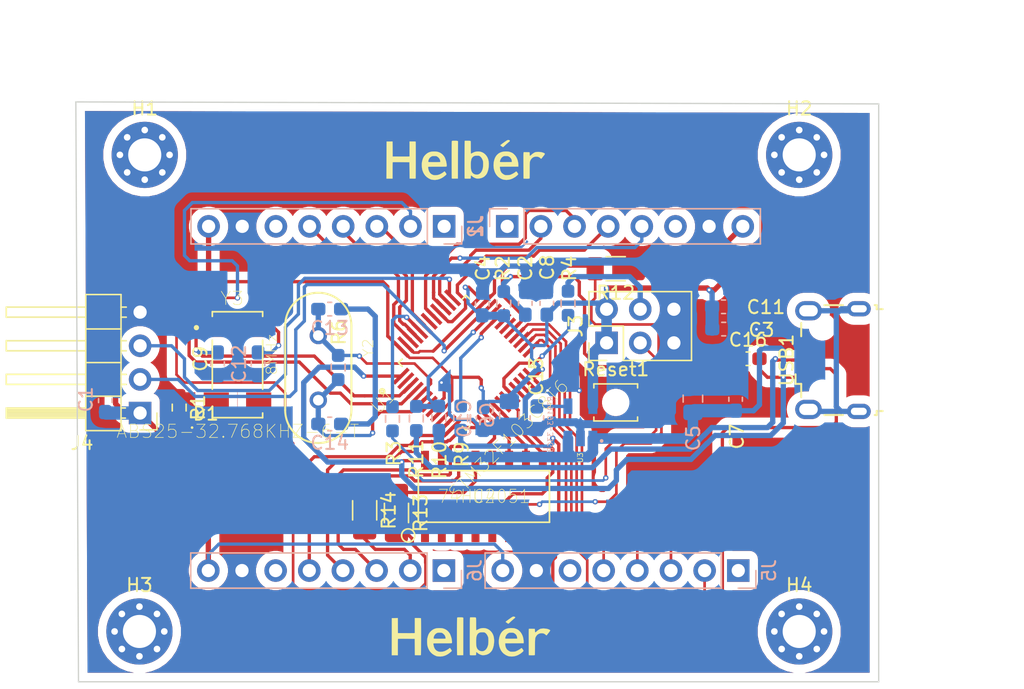
<source format=kicad_pcb>
(kicad_pcb (version 20221018) (generator pcbnew)
  (layers (0 "F.Cu" signal) (31 "B.Cu" signal) (34 "B.Paste" user) (35 "F.Paste" user) (36 "B.SilkS" user "B.Silkscreen") (37 "F.SilkS" user "F.Silkscreen") (38 "B.Mask" user) (39 "F.Mask" user) (44 "Edge.Cuts" user))
  (net 0 "")
  (net 1 "GND")
  (net 2 "/RESET")
  (net 3 "5V")
  (net 4 "3V3")
  (net 5 "/OSCIN")
  (net 6 "/OSCOUT")
  (net 7 "/RESET_N")
  (net 8 "Net-(J3-Pad4)")
  (net 9 "Net-(J3-Pad3)")
  (net 10 "/BOOT0")
  (net 11 "/BOOT1")
  (net 12 "Net-(J2-Pad1)")
  (net 13 "/UART_RXD")
  (net 14 "/UART_TXD")
  (net 15 "Net-(USB1-Pad6)")
  (net 16 "/PB3")
  (net 17 "/PA15")
  (net 18 "/PB1")
  (net 19 "/PB0")
  (net 20 "Net-(J1-Pad1)")
  (net 21 "/SWDCLOCK")
  (net 22 "/SWDIO")
  (net 23 "/PC14")
  (net 24 "/PC15")
  (net 25 "Net-(C13-Pad2)")
  (net 26 "Net-(C15-Pad1)")
  (net 27 "/PA11")
  (net 28 "Net-(R9-Pad1)")
  (net 29 "/PA12")
  (net 30 "Net-(R11-Pad1)")
  (net 31 "Net-(U1-Pad2)")
  (net 32 "Net-(U1-Pad22)")
  (net 33 "Net-(U1-Pad21)")
  (net 34 "Net-(U1-Pad10)")
  (net 35 "/PB4")
  (net 36 "/PB5")
  (net 37 "Net-(U1-Pad42)")
  (net 38 "/PB15")
  (net 39 "/PB14")
  (net 40 "/PB13")
  (net 41 "/PB12")
  (net 42 "/PA7")
  (net 43 "/PA6")
  (net 44 "/PA5")
  (net 45 "/PA4")
  (net 46 "Net-(U1-Pad11)")
  (net 47 "Net-(D1-Pad1)")
  (net 48 "Net-(J2-Pad6)")
  (net 49 "Net-(J5-Pad6)")
  (net 50 "Net-(J5-Pad1)")
  (net 51 "Net-(J1-Pad6)")
  (net 52 "/PB9")
  (net 53 "/PB8")
  (net 54 "/PB7")
  (net 55 "/A0")
  (net 56 "Net-(J6-Pad6)")
  (net 57 "/PA2")
  (net 58 "/PA3")
  (net 59 "/A1")
  (net 60 "Net-(J6-Pad1)")
  (net 61 "/PA8")
  (net 62 "Net-(U2-Pad15)")
  (net 63 "Net-(U2-Pad12)")
  (net 64 "Net-(U2-Pad7)")
  (net 65 "Net-(U2-Pad5)")
  (net 66 "Net-(U2-Pad4)")
  (net 67 "Net-(U2-Pad2)")
  (net 68 "Net-(U2-Pad1)")
  (net 69 "Net-(R13-Pad1)")
  (net 70 "Net-(R14-Pad1)")
  (footprint "MountingHole:MountingHole_2.5mm_Pad_Via" (layer "F.Cu") (at 130.4 120.6)
    (fp_text reference "H3")
    (fp_text value "MountingHole")
  )
  (footprint "MountingHole:MountingHole_2.5mm_Pad_Via" (layer "F.Cu") (at 180.2 120.6)
    (fp_text reference "H4")
    (fp_text value "MountingHole")
  )
  (footprint "Connector_USB:USB_Micro-B_Wuerth_629105150521" (layer "F.Cu") (at 182.75 100.1 90)
    (fp_text reference "USB1")
    (fp_text value "USB_B_Micro")
  )
  (footprint "STM32F103C8T6:QFP50P900X900X160-48N" (layer "F.Cu") (at 155.05 100.3 45)
    (fp_text reference "U1")
    (fp_text value "STM32F103C8T6")
  )
  (footprint "ECS-80-20-4VX:XTAL_ECS-60-20-4VX" (layer "F.Cu") (at 143.9 100.69 -90)
    (fp_text reference "Y2")
    (fp_text value "8MHz")
  )
  (footprint "PinHeaders:PinHeader_2x03_P2.54mm_Vertical" (layer "F.Cu") (at 165.66 98.8 90)
    (fp_text reference "J3")
    (fp_text value "2x3")
  )
  (footprint "Button_Switch_SMD:SW_SPST_B3U-1000P-B" (layer "F.Cu") (at 166.35 103.3)
    (fp_text reference "Reset1")
    (fp_text value "SW_Push")
  )
  (footprint "PinHeaders:PinHeader_1x04_P2.54mm_Horizontal" (layer "F.Cu") (at 130.45 104.1 180)
    (fp_text reference "J4")
    (fp_text value "J-Link OB")
  )
  (footprint "ABS25-32.768KHZ-6-T:XTAL_ABS25-32.768KHZ-6-T" (layer "F.Cu") (at 137.8 100.45)
    (fp_text reference "Y3")
    (fp_text value "ABS25-32.768KHZ-6-T")
  )
  (footprint "MountingHole:MountingHole_2.5mm_Pad_Via" (layer "F.Cu") (at 180.2 84.6)
    (fp_text reference "H2")
    (fp_text value "MountingHole")
  )
  (footprint "Resistor_SMD:R_0603_1608Metric_Pad0.98x0.95mm_HandSolder" (layer "F.Cu") (at 133.4 103.6875 -90)
    (fp_text reference "R1")
    (fp_text value "510R")
  )
  (footprint "LED_SMD:LED_0201_0603Metric_Pad0.64x0.40mm_HandSolder" (layer "F.Cu") (at 135.4075 105.2)
    (fp_text reference "D1")
    (fp_text value "LED")
  )
  (footprint "MountingHole:MountingHole_2.5mm_Pad_Via" (layer "F.Cu") (at 130.8 84.6)
    (fp_text reference "H1")
    (fp_text value "MountingHole")
  )
  (footprint "Capacitor_SMD:C_0603_1608Metric_Pad1.08x0.95mm_HandSolder" (layer "F.Cu") (at 176.3375 100)
    (fp_text reference "C16")
    (fp_text value "0.1uF")
  )
  (footprint "Resistor_SMD:R_1206_3216Metric_Pad1.30x1.75mm_HandSolder" (layer "F.Cu") (at 166.35 93.2 180)
    (fp_text reference "R12")
    (fp_text value "101")
  )
  (footprint "74HC4051:SOIC-16_3.9MM" (layer "F.Cu") (at 156.4 110.4)
    (fp_text reference "U2")
    (fp_text value "74HC4051")
  )
  (footprint "Graphics:LOGO HELBER" (layer "F.Cu") (at 154.8 85.2)
    (fp_text reference "G***" hide)
    (fp_text value "LOGO" hide)
  )
  (footprint "Graphics:LOGO HELBER" (layer "F.Cu") (at 155.2 121.2)
    (fp_text reference "G***" hide)
    (fp_text value "LOGO" hide)
  )
  (footprint "Resistor_SMD:R_1206_3216Metric_Pad1.30x1.75mm_HandSolder" (layer "F.Cu") (at 147.4 111.45 -90)
    (fp_text reference "R14")
    (fp_text value "101")
  )
  (footprint "Resistor_SMD:R_1206_3216Metric_Pad1.30x1.75mm_HandSolder" (layer "F.Cu") (at 149.8 111.65 -90)
    (fp_text reference "R13")
    (fp_text value "101")
  )
  (footprint "Capacitor_SMD:C_0603_1608Metric_Pad1.08x0.95mm_HandSolder" (layer "B.Cu") (at 127.825 103.1625 90)
    (fp_text reference "C1")
    (fp_text value "104")
  )
  (footprint "Capacitor_SMD:C_0603_1608Metric_Pad1.08x0.95mm_HandSolder" (layer "B.Cu") (at 159.525 95.8125 90)
    (fp_text reference "C2")
    (fp_text value "105")
  )
  (footprint "Capacitor_SMD:C_0603_1608Metric_Pad1.08x0.95mm_HandSolder" (layer "B.Cu") (at 174.5 97.76)
    (fp_text reference "C3")
    (fp_text value "104")
  )
  (footprint "Capacitor_SMD:C_0603_1608Metric_Pad1.08x0.95mm_HandSolder" (layer "B.Cu") (at 156.275 95.8625 90)
    (fp_text reference "C4")
    (fp_text value "104")
  )
  (footprint "Capacitor_SMD:C_0805_2012Metric_Pad1.18x1.45mm_HandSolder" (layer "B.Cu") (at 172.175 103.0125 90)
    (fp_text reference "C5")
    (fp_text value "105")
  )
  (footprint "Capacitor_SMD:C_0805_2012Metric_Pad1.18x1.45mm_HandSolder" (layer "B.Cu") (at 158.325 104.2625 -90)
    (fp_text reference "C6")
    (fp_text value "106")
  )
  (footprint "Capacitor_SMD:C_0603_1608Metric_Pad1.08x0.95mm_HandSolder" (layer "B.Cu") (at 175.4 103.0625 90)
    (fp_text reference "C7")
    (fp_text value "104")
  )
  (footprint "Capacitor_SMD:C_0603_1608Metric_Pad1.08x0.95mm_HandSolder" (layer "B.Cu") (at 161.15 95.8125 90)
    (fp_text reference "C8")
    (fp_text value "104")
  )
  (footprint "Capacitor_SMD:C_0603_1608Metric_Pad1.08x0.95mm_HandSolder" (layer "B.Cu") (at 136.3 100.3875 -90)
    (fp_text reference "C9")
    (fp_text value "20p")
  )
  (footprint "Capacitor_SMD:C_0603_1608Metric_Pad1.08x0.95mm_HandSolder" (layer "B.Cu") (at 156.35 104.5125 -90)
    (fp_text reference "C10")
    (fp_text value "104")
  )
  (footprint "Capacitor_SMD:C_0603_1608Metric_Pad1.08x0.95mm_HandSolder" (layer "B.Cu") (at 174.4875 96.075)
    (fp_text reference "C11")
    (fp_text value "104")
  )
  (footprint "Capacitor_SMD:C_0603_1608Metric_Pad1.08x0.95mm_HandSolder" (layer "B.Cu") (at 139.35 100.3875 -90)
    (fp_text reference "C12")
    (fp_text value "20p")
  )
  (footprint "Capacitor_SMD:C_0603_1608Metric_Pad1.08x0.95mm_HandSolder" (layer "B.Cu") (at 144.7625 96.25)
    (fp_text reference "C13")
    (fp_text value "20p")
  )
  (footprint "Capacitor_SMD:C_0603_1608Metric_Pad1.08x0.95mm_HandSolder" (layer "B.Cu") (at 144.7625 104.925)
    (fp_text reference "C14")
    (fp_text value "20p")
  )
  (footprint "Capacitor_SMD:C_0603_1608Metric_Pad1.08x0.95mm_HandSolder" (layer "B.Cu") (at 160.4 104.4625 -90)
    (fp_text reference "C15")
    (fp_text value "223")
  )
  (footprint "Resistor_SMD:R_0603_1608Metric_Pad0.98x0.95mm_HandSolder" (layer "B.Cu") (at 157.9 95.8375 -90)
    (fp_text reference "R2")
    (fp_text value "10k")
  )
  (footprint "Resistor_SMD:R_0603_1608Metric_Pad0.98x0.95mm_HandSolder" (layer "B.Cu") (at 149.5 104.5375 90)
    (fp_text reference "R3")
    (fp_text value "100k")
  )
  (footprint "Resistor_SMD:R_0603_1608Metric_Pad0.98x0.95mm_HandSolder" (layer "B.Cu") (at 162.75 95.8125 90)
    (fp_text reference "R4")
    (fp_text value "100K")
  )
  (footprint "Resistor_SMD:R_0603_1608Metric_Pad0.98x0.95mm_HandSolder" (layer "B.Cu") (at 145.4 100.6625 90)
    (fp_text reference "R6")
    (fp_text value "1M")
  )
  (footprint "Resistor_SMD:R_0603_1608Metric_Pad0.98x0.95mm_HandSolder" (layer "B.Cu") (at 153 104.4875 -90)
    (fp_text reference "R10")
    (fp_text value "4.7K")
  )
  (footprint "Resistor_SMD:R_0603_1608Metric_Pad0.98x0.95mm_HandSolder" (layer "B.Cu") (at 151.3 104.5125 90)
    (fp_text reference "R11")
    (fp_text value "20R")
  )
  (footprint "RT9193-33GB:SOT94P279X129-5N" (layer "B.Cu") (at 163.685 104.805 90)
    (fp_text reference "U3")
    (fp_text value "RT9193-33GB")
  )
  (footprint "Resistor_SMD:R_0603_1608Metric_Pad0.98x0.95mm_HandSolder" (layer "B.Cu") (at 154.65 104.4875 90)
    (fp_text reference "R9")
    (fp_text value "20R")
  )
  (footprint "PinHeaders:PinHeader_1x08_P2.54mm_Vertical" (layer "B.Cu") (at 158.16 90 -90)
    (fp_text reference "J1")
    (fp_text value "MAX31865")
  )
  (footprint "PinHeaders:PinHeader_1x08_P2.54mm_Vertical" (layer "B.Cu") (at 175.6 116 90)
    (fp_text reference "J5")
    (fp_text value "MAX31865")
  )
  (footprint "PinHeaders:PinHeader_1x08_P2.54mm_Vertical" (layer "B.Cu") (at 153.4 90 90)
    (fp_text reference "J2")
    (fp_text value "MAX31865")
  )
  (footprint "PinHeaders:PinHeader_1x08_P2.54mm_Vertical" (layer "B.Cu") (at 153.38 116 90)
    (fp_text reference "J6")
    (fp_text value "MAX31865")
  )
  (gr_line (start 186.2 124.4) (end 125.8 124.4) (stroke (width 0.1)) (layer "Edge.Cuts"))
  (gr_line (start 186.2 80.75) (end 186.2 124.4) (stroke (width 0.1)) (layer "Edge.Cuts"))
  (gr_line (start 125.6 80.6) (end 186.2 80.75) (stroke (width 0.1)) (layer "Edge.Cuts"))
  (gr_line (start 125.8 124.4) (end 125.6 80.6) (stroke (width 0.1)) (layer "Edge.Cuts"))
  (segment (start 176.975 97.775) (end 176.975 97.775) (width 0.4) (layer "F.Cu") (net 1))
  (segment (start 157.2 93.8) (end 157.2 93.8) (width 0.25) (layer "F.Cu") (net 1))
  (segment (start 151.100298 99.532279) (end 151.467721 99.532279) (width 0.2) (layer "F.Cu") (net 1))
  (segment (start 160.36 116) (end 160.36 115.04) (width 0.25) (layer "F.Cu") (net 1))
  (segment (start 137 114.86) (end 137 114.6) (width 0.25) (layer "F.Cu") (net 1))
  (segment (start 150.503303 98.935284) (end 151.100298 99.532279) (width 0.2) (layer "F.Cu") (net 1))
  (segment (start 157.2 95.017502) (end 157.2 93.8) (width 0.25) (layer "F.Cu") (net 1))
  (segment (start 137 114.6) (end 137 104.875) (width 0.4) (layer "F.Cu") (net 1))
  (segment (start 151.467721 99.532279) (end 151.568019 99.431981) (width 0.2) (layer "F.Cu") (net 1))
  (segment (start 164.65 103.3) (end 164.65 103.05) (width 0.2) (layer "F.Cu") (net 1))
  (segment (start 151.568019 99.431981) (end 152.568019 99.431981) (width 0.2) (layer "F.Cu") (net 1))
  (segment (start 175.475 100) (end 175.475 99.125) (width 0.4) (layer "F.Cu") (net 1))
  (segment (start 137 104.875) (end 136.425 104.3) (width 0.4) (layer "F.Cu") (net 1))
  (segment (start 172.6 93.2) (end 173.4 92.4) (width 0.4) (layer "F.Cu") (net 1))
  (segment (start 176.975 98.625) (end 176.975 97.775) (width 0.4) (layer "F.Cu") (net 1))
  (segment (start 160.36 115.04) (end 160.845 114.555) (width 0.25) (layer "F.Cu") (net 1))
  (segment (start 153.4 102.4) (end 153.4 102) (width 0.25) (layer "F.Cu") (net 1))
  (segment (start 139 118.2) (end 138.14 117.34) (width 0.25) (layer "F.Cu") (net 1))
  (segment (start 180.85 98.8) (end 180.85 99.45) (width 0.4) (layer "F.Cu") (net 1))
  (segment (start 156.464199 95.753303) (end 157.2 95.017502) (width 0.25) (layer "F.Cu") (net 1))
  (segment (start 155.792721 96.375298) (end 156.414716 95.753303) (width 0.25) (layer "F.Cu") (net 1))
  (segment (start 176.975 97.775) (end 176.975 91.425) (width 0.4) (layer "F.Cu") (net 1))
  (segment (start 177 88.4) (end 173.8 88.4) (width 0.4) (layer "F.Cu") (net 1))
  (segment (start 153.4 102) (end 153.2 101.8) (width 0.25) (layer "F.Cu") (net 1))
  (segment (start 138.14 116) (end 137 114.86) (width 0.25) (layer "F.Cu") (net 1))
  (segment (start 152.624624 103.736553) (end 153.4 102.961177) (width 0.25) (layer "F.Cu") (net 1))
  (segment (start 159.596697 101.664716) (end 159.596697 101.714199) (width 0.25) (layer "F.Cu") (net 1))
  (segment (start 161.2 102.4) (end 160.381463 102.4) (width 0.25) (layer "F.Cu") (net 1))
  (segment (start 153.4 102.961177) (end 153.4 102.4) (width 0.25) (layer "F.Cu") (net 1))
  (segment (start 160.36 116) (end 160.36 117.84) (width 0.25) (layer "F.Cu") (net 1))
  (segment (start 138.14 117.34) (end 138.14 116) (width 0.25) (layer "F.Cu") (net 1))
  (segment (start 152.624624 103.786036) (end 152.624624 103.736553) (width 0.25) (layer "F.Cu") (net 1))
  (segment (start 136.425 104.3) (end 135.042476 104.3) (width 0.4) (layer "F.Cu") (net 1))
  (segment (start 160.845 114.555) (end 160.845 113.1) (width 0.25) (layer "F.Cu") (net 1))
  (segment (start 178 98.8) (end 176.975 97.775) (width 0.4) (layer "F.Cu") (net 1))
  (segment (start 175.475 99.125) (end 175.8 98.8) (width 0.4) (layer "F.Cu") (net 1))
  (segment (start 155.624702 96.375298) (end 155.792721 96.375298) (width 0.25) (layer "F.Cu") (net 1))
  (segment (start 137.9 116.4) (end 137.8 116.4) (width 0.4) (layer "F.Cu") (net 1))
  (segment (start 160.36 117.84) (end 160 118.2) (width 0.25) (layer "F.Cu") (net 1))
  (segment (start 135.042476 104.3) (end 133.792476 103.05) (width 0.4) (layer "F.Cu") (net 1))
  (segment (start 173.4 88.8) (end 173.4 90) (width 0.4) (layer "F.Cu") (net 1))
  (segment (start 176.8 98.8) (end 176.975 98.625) (width 0.4) (layer "F.Cu") (net 1))
  (segment (start 159.646179 101.664716) (end 160.381463 102.4) (width 0.25) (layer "F.Cu") (net 1))
  (segment (start 177.4 91) (end 177.4 88.8) (width 0.4) (layer "F.Cu") (net 1))
  (segment (start 160 118.2) (end 139 118.2) (width 0.25) (layer "F.Cu") (net 1))
  (segment (start 173.8 88.4) (end 173.4 88.8) (width 0.4) (layer "F.Cu") (net 1))
  (segment (start 164 102.4) (end 163.6 102.4) (width 0.2) (layer "F.Cu") (net 1))
  (segment (start 177.4 88.8) (end 177 88.4) (width 0.4) (layer "F.Cu") (net 1))
  (segment (start 167.9 93.2) (end 172.6 93.2) (width 0.4) (layer "F.Cu") (net 1))
  (segment (start 173.4 90) (end 173.4 89.4) (width 0.4) (layer "F.Cu") (net 1))
  (segment (start 156.414716 95.753303) (end 156.464199 95.753303) (width 0.25) (layer "F.Cu") (net 1))
  (segment (start 152.568019 99.431981) (end 155.624702 96.375298) (width 0.25) (layer "F.Cu") (net 1))
  (segment (start 164.65 103.05) (end 164 102.4) (width 0.2) (layer "F.Cu") (net 1))
  (segment (start 175.8 98.8) (end 176.8 98.8) (width 0.4) (layer "F.Cu") (net 1))
  (segment (start 133.792476 103.05) (end 133.4 103.05) (width 0.4) (layer "F.Cu") (net 1))
  (segment (start 173.4 92.4) (end 173.4 90) (width 0.4) (layer "F.Cu") (net 1))
  (segment (start 176.975 91.425) (end 177.4 91) (width 0.4) (layer "F.Cu") (net 1))
  (segment (start 133.4 103.05) (end 133.4 102.775) (width 0.4) (layer "F.Cu") (net 1))
  (segment (start 159.596697 101.664716) (end 159.646179 101.664716) (width 0.25) (layer "F.Cu") (net 1))
  (segment (start 180.85 98.8) (end 178 98.8) (width 0.4) (layer "F.Cu") (net 1))
  (via (at 161.2 102.4) (size 0.4) (drill 0.2) (layers "F.Cu" "B.Cu") (net 1))
  (via (at 153.2 101.8) (size 0.4) (drill 0.2) (layers "F.Cu" "B.Cu") (net 1))
  (via (at 163.6 102.4) (size 0.4) (drill 0.2) (layers "F.Cu" "B.Cu") (net 1))
  (via (at 157.2 93.8) (size 0.4) (drill 0.2) (layers "F.Cu" "B.Cu") (net 1))
  (via (at 176.975 97.775) (size 0.4) (drill 0.2) (layers "F.Cu" "B.Cu") (net 1))
  (segment (start 156.425 105.3) (end 156.35 105.375) (width 0.8) (layer "B.Cu") (net 1))
  (segment (start 161.125 104.8) (end 163.35 104.8) (width 0.6) (layer "B.Cu") (net 1))
  (segment (start 137.85 101.25) (end 139.35 101.25) (width 0.8) (layer "B.Cu") (net 1))
  (segment (start 160.125 105.325) (end 158.35 105.325) (width 0.8) (layer "B.Cu") (net 1))
  (segment (start 163.880001 104.939999) (end 169.660001 104.939999) (width 0.6) (layer "B.Cu") (net 1))
  (segment (start 163.685 106.025) (end 163.685 105.135) (width 0.6) (layer "B.Cu") (net 1))
  (segment (start 133.075 97.15) (end 138.65 97.15) (width 0.8) (layer "B.Cu") (net 1))
  (segment (start 163.6 102.4) (end 161.2 102.4) (width 0.2) (layer "B.Cu") (net 1))
  (segment (start 161.2 102.4) (end 160.160924 102.4) (width 0.4) (layer "B.Cu") (net 1))
  (segment (start 141.6 94) (end 142.4 93.2) (width 0.8) (layer "B.Cu") (net 1))
  (segment (start 153.8 102) (end 153.8 104.2) (width 0.25) (layer "B.Cu") (net 1))
  (segment (start 154.18749 104.58749) (end 155.56249 104.58749) (width 0.25) (layer "B.Cu") (net 1))
  (segment (start 140.85 97.15) (end 141.6 96.4) (width 0.8) (layer "B.Cu") (net 1))
  (segment (start 158.35 105.325) (end 158.325 105.3) (width 0.8) (layer "B.Cu") (net 1))
  (segment (start 138.16 90) (end 138.16 90.96) (width 0.6) (layer "B.Cu") (net 1))
  (segment (start 170.74 98.8) (end 170.74 101.14) (width 0.8) (layer "B.Cu") (net 1))
  (segment (start 175.35 97.7475) (end 175.3625 97.76) (width 1) (layer "B.Cu") (net 1))
  (segment (start 170.6 104) (end 170.6 102.2) (width 0.6) (layer "B.Cu") (net 1))
  (segment (start 130.45 96.48) (end 128.445 96.48) (width 1) (layer "B.Cu") (net 1))
  (segment (start 138.16 90.96) (end 139.2 92) (width 0.6) (layer "B.Cu") (net 1))
  (segment (start 141.6 96.4) (end 141.6 94) (width 0.8) (layer "B.Cu") (net 1))
  (segment (start 176.975 97.775) (end 175.3775 97.775) (width 0.4) (layer "B.Cu") (net 1))
  (segment (start 160.160924 102.4) (end 159.52499 103.035934) (width 0.4) (layer "B.Cu") (net 1))
  (segment (start 170.6 102.2) (end 171.2 101.6) (width 0.6) (layer "B.Cu") (net 1))
  (segment (start 137.85 101.25) (end 137.85 97.95) (width 0.8) (layer "B.Cu") (net 1))
  (segment (start 137.85 97.95) (end 138.65 97.15) (width 0.8) (layer "B.Cu") (net 1))
  (segment (start 161.15 94.95) (end 161.15 93.35) (width 0.4) (layer "B.Cu") (net 1))
  (segment (start 175.35 96.075) (end 175.35 97.7475) (width 1) (layer "B.Cu") (net 1))
  (segment (start 159.525 94.95) (end 161.15 94.95) (width 0.6) (layer "B.Cu") (net 1))
  (segment (start 160.6 105.325) (end 161.125 104.8) (width 0.6) (layer "B.Cu") (net 1))
  (segment (start 160.8 93) (end 158 93) (width 0.4) (layer "B.Cu") (net 1))
  (segment (start 142.4 93.2) (end 155.6 93.2) (width 0.8) (layer "B.Cu") (net 1))
  (segment (start 155.56249 104.58749) (end 156.35 105.375) (width 0.25) (layer "B.Cu") (net 1))
  (segment (start 175.4 102.2) (end 175.4 97.7975) (width 1) (layer "B.Cu") (net 1))
  (segment (start 153.8 104.2) (end 154.18749 104.58749) (width 0.25) (layer "B.Cu") (net 1))
  (segment (start 169.660001 104.939999) (end 170.6 104) (width 0.6) (layer "B.Cu") (net 1))
  (segment (start 141.2 92) (end 142.4 93.2) (width 0.6) (layer "B.Cu") (net 1))
  (segment (start 175.175 101.975) (end 175.4 102.2) (width 1) (layer "B.Cu") (net 1))
  (segment (start 161.15 93.35) (end 160.8 93) (width 0.4) (layer "B.Cu") (net 1))
  (segment (start 171.2 101.6) (end 171.575 101.975) (width 0.8) (layer "B.Cu") (net 1))
  (segment (start 160.6 105.325) (end 160.125 105.325) (width 0.8) (layer "B.Cu") (net 1))
  (segment (start 170.74 101.14) (end 171.2 101.6) (width 0.8) (layer "B.Cu") (net 1))
  (segment (start 128.445 96.48) (end 127.825 97.1) (width 1) (layer "B.Cu") (net 1))
  (segment (start 157.2 93.8) (end 156.6 93.8) (width 0.4) (layer "B.Cu") (net 1))
  (segment (start 158.325 105.3) (end 156.425 105.3) (width 0.8) (layer "B.Cu") (net 1))
  (segment (start 138.65 97.15) (end 140.85 97.15) (width 0.8) (layer "B.Cu") (net 1))
  (segment (start 132.405 96.48) (end 133.075 97.15) (width 0.8) (layer "B.Cu") (net 1))
  (segment (start 159.52499 104.72499) (end 160.125 105.325) (width 0.4) (layer "B.Cu") (net 1))
  (segment (start 157.2 93.8) (end 158 93) (width 0.4) (layer "B.Cu") (net 1))
  (segment (start 172.175 101.975) (end 175.175 101.975) (width 1) (layer "B.Cu") (net 1))
  (segment (start 153.2 101.8) (end 153.6 101.8) (width 0.25) (layer "B.Cu") (net 1))
  (segment (start 156.275 95) (end 156.275 94.125) (width 0.6) (layer "B.Cu") (net 1))
  (segment (start 175.3775 97.775) (end 175.3625 97.76) (width 0.4) (layer "B.Cu") (net 1))
  (segment (start 130.45 96.48) (end 132.405 96.48) (width 0.8) (layer "B.Cu") (net 1))
  (segment (start 175.4 97.7975) (end 175.3625 97.76) (width 1) (layer "B.Cu") (net 1))
  (segment (start 171.575 101.975) (end 172.175 101.975) (width 0.8) (layer "B.Cu") (net 1))
  (segment (start 159.52499 103.035934) (end 159.52499 104.72499) (width 0.4) (layer "B.Cu") (net 1))
  (segment (start 155.6 93.2) (end 156.4 94) (width 0.8) (layer "B.Cu") (net 1))
  (segment (start 163.685 105.135) (end 163.880001 104.939999) (width 0.6) (layer "B.Cu") (net 1))
  (segment (start 139.2 92) (end 141.2 92) (width 0.6) (layer "B.Cu") (net 1))
  (segment (start 170.74 98.8) (end 170.74 96.26) (width 0.8) (layer "B.Cu") (net 1))
  (segment (start 156.6 93.8) (end 156.4 94) (width 0.4) (layer "B.Cu") (net 1))
  (segment (start 156.275 94.125) (end 156.4 94) (width 0.6) (layer "B.Cu") (net 1))
  (segment (start 127.825 97.1) (end 127.825 102.3) (width 1) (layer "B.Cu") (net 1))
  (segment (start 153.6 101.8) (end 153.8 102) (width 0.25) (layer "B.Cu") (net 1))
  (segment (start 163.685 105.135) (end 163.35 104.8) (width 0.6) (layer "B.Cu") (net 1))
  (segment (start 136.3 101.25) (end 137.85 101.25) (width 0.8) (layer "B.Cu") (net 1))
  (segment (start 177.2 100.8) (end 177.8 101.4) (width 0.25) (layer "F.Cu") (net 3))
  (segment (start 151.955 107.7) (end 150.3 107.7) (width 0.25) (layer "F.Cu") (net 3))
  (segment (start 179 101.4) (end 180.85 101.4) (width 0.25) (layer "F.Cu") (net 3))
  (segment (start 177.8 101.4) (end 179 101.4) (width 0.25) (layer "F.Cu") (net 3))
  (segment (start 150.14975 101.311163) (end 147.488837 101.311163) (width 0.25) (layer "F.Cu") (net 3))
  (segment (start 177.2 100) (end 177.2 100.8) (width 0.25) (layer "F.Cu") (net 3))
  (via (at 147.32 101.31) (size 0.4) (drill 0.2) (layers "F.Cu" "B.Cu") (net 3))
  (via (at 150.2 107.8) (size 0.4) (drill 0.2) (layers "F.Cu" "B.Cu") (net 3))
  (via (at 179 101.4) (size 0.4) (drill 0.2) (layers "F.Cu" "B.Cu") (net 3))
  (segment (start 176.75 103.925) (end 176.75 103.925) (width 0.4) (layer "B.Cu") (net 3))
  (segment (start 173.248542 106.4) (end 173.229926 106.4) (width 0.4) (layer "B.Cu") (net 3))
  (segment (start 165.8 109.8) (end 166.4 109.2) (width 0.4) (layer "B.Cu") (net 3))
  (segment (start 146.64751 100.63751) (end 143.96249 100.63751) (width 0.4) (layer "B.Cu") (net 3))
  (segment (start 173.848542 105.8) (end 173.248542 106.4) (width 0.4) (layer "B.Cu") (net 3))
  (segment (start 166.4 109.2) (end 166.4 108.4) (width 0.4) (layer "B.Cu") (net 3))
  (segment (start 173.229926 106.4) (end 172.029926 107.6) (width 0.4) (layer "B.Cu") (net 3))
  (segment (start 177.2 99.4) (end 177.2 103.475) (width 0.4) (layer "B.Cu") (net 3))
  (segment (start 177.4 99.2) (end 177.2 99.4) (width 0.4) (layer "B.Cu") (net 3))
  (segment (start 175.4 103.925) (end 172.3 103.925) (width 1) (layer "B.Cu") (net 3))
  (segment (start 143.96249 100.63751) (end 142.8 101.8) (width 0.4) (layer "B.Cu") (net 3))
  (segment (start 153 106.525) (end 153.9 107.425) (width 0.8) (layer "B.Cu") (net 3))
  (segment (start 164.25 107.425) (end 163.084998 107.425) (width 0.8) (layer "B.Cu") (net 3))
  (segment (start 162.745 107.085002) (end 162.745 106.025) (width 0.8) (layer "B.Cu") (net 3))
  (segment (start 178.048542 105.8) (end 173.848542 105.8) (width 0.4) (layer "B.Cu") (net 3))
  (segment (start 179 104.848542) (end 178.048542 105.8) (width 0.4) (layer "B.Cu") (net 3))
  (segment (start 142.8 106) (end 144.6 107.8) (width 0.4) (layer "B.Cu") (net 3))
  (segment (start 163.084998 107.425) (end 162.745 107.085002) (width 0.8) (layer "B.Cu") (net 3))
  (segment (start 179 99.4) (end 178.8 99.2) (width 0.4) (layer "B.Cu") (net 3))
  (segment (start 172.175 105.475) (end 172.175 104.05) (width 0.8) (layer "B.Cu") (net 3))
  (segment (start 164.625 107.05) (end 164.25 107.425) (width 0.8) (layer "B.Cu") (net 3))
  (segment (start 153 105.4) (end 153 106.525) (width 0.8) (layer "B.Cu") (net 3))
  (segment (start 172.3 103.925) (end 172.175 104.05) (width 1) (layer "B.Cu") (net 3))
  (segment (start 176.75 103.925) (end 175.4 103.925) (width 0.4) (layer "B.Cu") (net 3))
  (segment (start 178.8 99.2) (end 177.4 99.2) (width 0.4) (layer "B.Cu") (net 3))
  (segment (start 179 101.4) (end 179 104.848542) (width 0.4) (layer "B.Cu") (net 3))
  (segment (start 164.625 106.025) (end 171.625 106.025) (width 0.8) (layer "B.Cu") (net 3))
  (segment (start 167.2 107.6) (end 172.029926 107.6) (width 0.4) (layer "B.Cu") (net 3))
  (segment (start 166.4 108.4) (end 167.2 107.6) (width 0.4) (layer "B.Cu") (net 3))
  (segment (start 153.9 107.425) (end 163.084998 107.425) (width 0.8) (layer "B.Cu") (net 3))
  (segment (start 147.32 101.31) (end 146.64751 100.63751) (width 0.4) (layer "B.Cu") (net 3))
  (segment (start 164.625 106.025) (end 164.625 107.05) (width 0.8) (layer "B.Cu") (net 3))
  (segment (start 177.2 103.475) (end 176.75 103.925) (width 0.4) (layer "B.Cu") (net 3))
  (segment (start 144.6 107.8) (end 150.2 107.8) (width 0.4) (layer "B.Cu") (net 3))
  (segment (start 142.8 101.8) (end 142.8 106) (width 0.4) (layer "B.Cu") (net 3))
  (segment (start 179 101.4) (end 179 99.4) (width 0.4) (layer "B.Cu") (net 3))
  (segment (start 171.625 106.025) (end 172.175 105.475) (width 0.8) (layer "B.Cu") (net 3))
  (segment (start 150.2 107.8) (end 150.2 108.8) (width 0.4) (layer "B.Cu") (net 3))
  (segment (start 150.2 108.8) (end 151.2 109.8) (width 0.4) (layer "B.Cu") (net 3))
  (segment (start 151.2 109.8) (end 165.8 109.8) (width 0.4) (layer "B.Cu") (net 3))
  (segment (start 156.2 101.6) (end 156 101.4) (width 0.25) (layer "F.Cu") (net 4))
  (segment (start 135.62 94.18) (end 135.62 90) (width 0.4) (layer "F.Cu") (net 4))
  (segment (start 135.6 105.8) (end 132.15 105.8) (width 0.4) (layer "F.Cu") (net 4))
  (segment (start 135 94.8) (end 135.62 94.18) (width 0.4) (layer "F.Cu") (net 4))
  (segment (start 173.26 94.66) (end 173.4 94.8) (width 0.4) (layer "F.Cu") (net 4))
  (segment (start 155.261413 94.6) (end 155.4 94.738587) (width 0.25) (layer "F.Cu") (net 4))
  (segment (start 156.2 102.2) (end 156.2 101.6) (width 0.25) (layer "F.Cu") (net 4))
  (segment (start 128.6 95.4) (end 129.2 94.8) (width 0.4) (layer "F.Cu") (net 4))
  (segment (start 160.288837 101.311163) (end 160.8 100.8) (width 0.25) (layer "F.Cu") (net 4))
  (segment (start 149.144981 98.294981) (end 149.144981 94.544981) (width 0.25) (layer "F.Cu") (net 4))
  (segment (start 132.15 105.8) (end 130.45 104.1) (width 0.4) (layer "F.Cu") (net 4))
  (segment (start 174.8 91.14) (end 175.94 90) (width 0.4) (layer "F.Cu") (net 4))
  (segment (start 150.793202 99.932289) (end 152.532289 99.932289) (width 0.2) (layer "F.Cu") (net 4))
  (segment (start 174.8 93.8) (end 174.8 91.14) (width 0.4) (layer "F.Cu") (net 4))
  (segment (start 135.815 105.2) (end 135.815 105.585) (width 0.4) (layer "F.Cu") (net 4))
  (segment (start 152.6 100) (end 154 101.4) (width 0.2) (layer "F.Cu") (net 4))
  (segment (start 128.6 103.4) (end 128.6 95.4) (width 0.4) (layer "F.Cu") (net 4))
  (segment (start 159.95025 101.311163) (end 160.288837 101.311163) (width 0.25) (layer "F.Cu") (net 4))
  (segment (start 135.6 105.8) (end 135.815 105.585) (width 0.4) (layer "F.Cu") (net 4))
  (segment (start 135.6 116) (end 135.6 105.8) (width 0.4) (layer "F.Cu") (net 4))
  (segment (start 173.8 94.8) (end 174.8 93.8) (width 0.4) (layer "F.Cu") (net 4))
  (segment (start 156.061163 95.39975) (end 155.4 94.738587) (width 0.25) (layer "F.Cu") (net 4))
  (segment (start 155 94.6) (end 155.261413 94.6) (width 0.25) (layer "F.Cu") (net 4))
  (segment (start 149.189087 98.339087) (end 149.144981 98.294981) (width 0.25) (layer "F.Cu") (net 4))
  (segment (start 154 103.117767) (end 152.978177 104.13959) (width 0.2) (layer "F.Cu") (net 4))
  (segment (start 149.2 98.339087) (end 150.14975 99.288837) (width 0.25) (layer "F.Cu") (net 4))
  (segment (start 149.144981 94.544981) (end 148.78 94.18) (width 0.25) (layer "F.Cu") (net 4))
  (segment (start 154 101.4) (end 156 101.4) (width 0.25) (layer "F.Cu") (net 4))
  (segment (start 135.62 94.18) (end 148.78 94.18) (width 0.25) (layer "F.Cu") (net 4))
  (segment (start 129.2 94.8) (end 135 94.8) (width 0.4) (layer "F.Cu") (net 4))
  (segment (start 129.3 104.1) (end 128.6 103.4) (width 0.4) (layer "F.Cu") (net 4))
  (segment (start 150.14975 99.288837) (end 150.793202 99.932289) (width 0.2) (layer "F.Cu") (net 4))
  (segment (start 130.45 104.1) (end 129.3 104.1) (width 0.4) (layer "F.Cu") (net 4))
  (segment (start 165.66 94.66) (end 173.26 94.66) (width 0.4) (layer "F.Cu") (net 4))
  (segment (start 173.4 94.8) (end 173.8 94.8) (width 0.4) (layer "F.Cu") (net 4))
  (segment (start 154 101.4) (end 154 103.117767) (width 0.2) (layer "F.Cu") (net 4))
  (segment (start 149.2 98.339087) (end 149.189087 98.339087) (width 0.25) (layer "F.Cu") (net 4))
  (segment (start 152.532289 99.932289) (end 152.6 100) (width 0.2) (layer "F.Cu") (net 4))
  (via (at 173.4 94.8) (size 0.4) (drill 0.2) (layers "F.Cu" "B.Cu") (net 4))
  (via (at 156.2 102.2) (size 0.4) (drill 0.2) (layers "F.Cu" "B.Cu") (net 4))
  (via (at 160.8 100.8) (size 0.4) (drill 0.2) (layers "F.Cu" "B.Cu") (net 4))
  (via (at 165.66 94.66) (size 0.4) (drill 0.2) (layers "F.Cu" "B.Cu") (net 4))
  (via (at 155 94.6) (size 0.4) (drill 0.2) (layers "F.Cu" "B.Cu") (net 4))
  (segment (start 155 94.6) (end 155 94.6) (width 0.25) (layer "B.Cu") (net 4))
  (segment (start 156.35 103.65) (end 156.35 102.45) (width 0.25) (layer "B.Cu") (net 4))
  (segment (start 158.325 103.225) (end 158.325 102.875) (width 0.4) (layer "B.Cu") (net 4))
  (segment (start 161.15 98.81359) (end 160.96359 99) (width 0.25) (layer "B.Cu") (net 4))
  (segment (start 173.625 96.075) (end 173.625 95.025) (width 0.4) (layer "B.Cu") (net 4))
  (segment (start 161.15 96.675) (end 161.15 98.81359) (width 0.25) (layer "B.Cu") (net 4))
  (segment (start 135.6 114.8) (end 135.6 116) (width 0.25) (layer "B.Cu") (net 4))
  (segment (start 130.45 104.1) (end 127.9 104.1) (width 1) (layer "B.Cu") (net 4))
  (segment (start 157.9 96.75) (end 156.3 96.75) (width 0.6) (layer "B.Cu") (net 4))
  (segment (start 165.2 95.8) (end 165.66 96.26) (width 0.4) (layer "B.Cu") (net 4))
  (segment (start 157.2 114) (end 136.4 114) (width 0.25) (layer "B.Cu") (net 4))
  (segment (start 158.325 103.225) (end 156.775 103.225) (width 0.25) (layer "B.Cu") (net 4))
  (segment (start 160.96359 99) (end 160 99) (width 0.25) (layer "B.Cu") (net 4))
  (segment (start 155.2 94.8) (end 155 94.6) (width 0.25) (layer "B.Cu") (net 4))
  (segment (start 160 100) (end 160.8 100.8) (width 0.25) (layer "B.Cu") (net 4))
  (segment (start 156.3 96.75) (end 156.275 96.725) (width 0.6) (layer "B.Cu") (net 4))
  (segment (start 160 99) (end 160 100) (width 0.25) (layer "B.Cu") (net 4))
  (segment (start 165.66 98.8) (end 165.4 98.8) (width 0.8) (layer "B.Cu") (net 4))
  (segment (start 164.625 99.575) (end 164.625 103.585) (width 0.8) (layer "B.Cu") (net 4))
  (segment (start 162 95.8) (end 165.2 95.8) (width 0.4) (layer "B.Cu") (net 4))
  (segment (start 127.9 104.1) (end 127.825 104.025) (width 1) (layer "B.Cu") (net 4))
  (segment (start 158.325 103.225) (end 158.775 103.225) (width 0.4) (layer "B.Cu") (net 4))
  (segment (start 161.15 96.675) (end 161.15 96.65) (width 0.4) (layer "B.Cu") (net 4))
  (segment (start 156.2 102.3) (end 156.35 102.45) (width 0.25) (layer "B.Cu") (net 4))
  (segment (start 165.66 96.26) (end 165.66 94.66) (width 0.4) (layer "B.Cu") (net 4))
  (segment (start 156.2 102.2) (end 156.2 102.3) (width 0.25) (layer "B.Cu") (net 4))
  (segment (start 157.82 116) (end 157.82 114.62) (width 0.25) (layer "B.Cu") (net 4))
  (segment (start 156.275 96.725) (end 156.125 96.725) (width 0.25) (layer "B.Cu") (net 4))
  (segment (start 173.625 96.075) (end 173.625 97.7475) (width 1) (layer "B.Cu") (net 4))
  (segment (start 158.325 102.875) (end 160.4 100.8) (width 0.4) (layer "B.Cu") (net 4))
  (segment (start 173.625 95.025) (end 173.4 94.8) (width 0.4) (layer "B.Cu") (net 4))
  (segment (start 157.9 96.9) (end 157.9 96.75) (width 0.25) (layer "B.Cu") (net 4))
  (segment (start 160 99) (end 157.9 96.9) (width 0.25) (layer "B.Cu") (net 4))
  (segment (start 155.2 95.8) (end 155.2 94.8) (width 0.25) (layer "B.Cu") (net 4))
  (segment (start 161.15 96.65) (end 162 95.8) (width 0.4) (layer "B.Cu") (net 4))
  (segment (start 173.625 97.7475) (end 173.6375 97.76) (width 1) (layer "B.Cu") (net 4))
  (segment (start 165.66 98.8) (end 165.66 96.26) (width 0.8) (layer "B.Cu") (net 4))
  (segment (start 156.775 103.225) (end 156.35 103.65) (width 0.25) (layer "B.Cu") (net 4))
  (segment (start 160.4 100.8) (end 160.8 100.8) (width 0.4) (layer "B.Cu") (net 4))
  (segment (start 157.82 114.62) (end 157.2 114) (width 0.25) (layer "B.Cu") (net 4))
  (segment (start 156.125 96.725) (end 155.2 95.8) (width 0.25) (layer "B.Cu") (net 4))
  (segment (start 136.4 114) (end 135.6 114.8) (width 0.25) (layer "B.Cu") (net 4))
  (segment (start 165.4 98.8) (end 164.625 99.575) (width 0.8) (layer "B.Cu") (net 4))
  (segment (start 151.563964 102.725376) (end 152.4 101.88934) (width 0.2) (layer "F.Cu") (net 5))
  (segment (start 152.4 101.88934) (end 152.4 101.6) (width 0.2) (layer "F.Cu") (net 5))
  (segment (start 152.4 101.6) (end 151.160615 100.360615) (width 0.2) (layer "F.Cu") (net 5))
  (segment (start 147.560615 100.360615) (end 147 99.8) (width 0.2) (layer "F.Cu") (net 5))
  (segment (start 151.160615 100.360615) (end 147.560615 100.360615) (width 0.2) (layer "F.Cu") (net 5))
  (via (at 147 99.8) (size 0.4) (drill 0.2) (layers "F.Cu" "B.Cu") (net 5))
  (segment (start 145.4 99.75) (end 146.95 99.75) (width 0.25) (layer "B.Cu") (net 5))
  (segment (start 143.9 96.25) (end 143.9 98.25) (width 0.4) (layer "B.Cu") (net 5))
  (segment (start 146.95 99.75) (end 147 99.8) (width 0.25) (layer "B.Cu") (net 5))
  (segment (start 145.4 99.75) (end 143.9 98.25) (width 0.4) (layer "B.Cu") (net 5))
  (segment (start 148 105.6) (end 148 104.6) (width 0.25) (layer "F.Cu") (net 6))
  (segment (start 150.946964 104) (end 151.868034 103.07893) (width 0.25) (layer "F.Cu") (net 6))
  (segment (start 148.6 104) (end 150.946964 104) (width 0.25) (layer "F.Cu") (net 6))
  (segment (start 148 104.6) (end 148.6 104) (width 0.25) (layer "F.Cu") (net 6))
  (segment (start 151.868034 103.07893) (end 151.917517 103.07893) (width 0.25) (layer "F.Cu") (net 6))
  (via (at 148 105.6) (size 0.4) (drill 0.2) (layers "F.Cu" "B.Cu") (net 6))
  (segment (start 148 105.6) (end 148 105.6) (width 0.25) (layer "B.Cu") (net 6))
  (segment (start 143.9 104.925) (end 143.9 105.3) (width 0.25) (layer "B.Cu") (net 6))
  (segment (start 147.8 105.8) (end 148 105.6) (width 0.25) (layer "B.Cu") (net 6))
  (segment (start 143.9 105.3) (end 144.4 105.8) (width 0.25) (layer "B.Cu") (net 6))
  (segment (start 145.4 101.63) (end 143.9 103.13) (width 0.4) (layer "B.Cu") (net 6))
  (segment (start 144.4 105.8) (end 147.8 105.8) (width 0.25) (layer "B.Cu") (net 6))
  (segment (start 143.9 104.925) (end 143.9 103.13) (width 0.4) (layer "B.Cu") (net 6))
  (segment (start 145.4 101.575) (end 145.4 101.63) (width 0.4) (layer "B.Cu") (net 6))
  (segment (start 164 99.6) (end 165 100.6) (width 0.25) (layer "F.Cu") (net 7))
  (segment (start 163.6 94.2) (end 163.6 95.2) (width 0.25) (layer "F.Cu") (net 7))
  (segment (start 164 95.6) (end 164 99.6) (width 0.25) (layer "F.Cu") (net 7))
  (segment (start 165 100.6) (end 167.2 100.6) (width 0.25) (layer "F.Cu") (net 7))
  (segment (start 168.05 101.45) (end 167.2 100.6) (width 0.25) (layer "F.Cu") (net 7))
  (segment (start 163.6 95.2) (end 164 95.6) (width 0.25) (layer "F.Cu") (net 7))
  (segment (start 163.2 93.8) (end 163.6 94.2) (width 0.25) (layer "F.Cu") (net 7))
  (segment (start 158.4 93.8) (end 163.2 93.8) (width 0.25) (layer "F.Cu") (net 7))
  (segment (start 168.05 103.3) (end 168.05 101.45) (width 0.25) (layer "F.Cu") (net 7))
  (via (at 158.4 93.8) (size 0.4) (drill 0.2) (layers "F.Cu" "B.Cu") (net 7))
  (segment (start 159.525 96.675) (end 159.525 96.55) (width 0.4) (layer "B.Cu") (net 7))
  (segment (start 159.525 96.55) (end 157.9 94.925) (width 0.4) (layer "B.Cu") (net 7))
  (segment (start 157.9 94.3) (end 158.4 93.8) (width 0.4) (layer "B.Cu") (net 7))
  (segment (start 159.525 96.675) (end 159.525 97.125) (width 0.25) (layer "B.Cu") (net 7))
  (segment (start 157.9 94.925) (end 157.9 94.3) (width 0.4) (layer "B.Cu") (net 7))
  (segment (start 168.2 94.6) (end 167.4 93.8) (width 0.4) (layer "B.Cu") (net 8))
  (segment (start 162.75 94.25) (end 162.75 94.9) (width 0.4) (layer "B.Cu") (net 8))
  (segment (start 168.2 96.26) (end 168.2 94.6) (width 0.4) (layer "B.Cu") (net 8))
  (segment (start 163.2 93.8) (end 162.75 94.25) (width 0.4) (layer "B.Cu") (net 8))
  (segment (start 167.4 93.8) (end 163.2 93.8) (width 0.4) (layer "B.Cu") (net 8))
  (segment (start 162.75 94.9) (end 162.75 94.85) (width 0.4) (layer "B.Cu") (net 8))
  (segment (start 166.4 106) (end 168.8 106) (width 0.2) (layer "F.Cu") (net 9))
  (segment (start 169.4 100) (end 169.4 105.4) (width 0.2) (layer "F.Cu") (net 9))
  (segment (start 165.6 109) (end 165.6 106.8) (width 0.2) (layer "F.Cu") (net 9))
  (segment (start 168.8 106) (end 169.4 105.4) (width 0.2) (layer "F.Cu") (net 9))
  (segment (start 165.6 106.8) (end 166.4 106) (width 0.2) (layer "F.Cu") (net 9))
  (segment (start 168.2 98.8) (end 169.4 100) (width 0.2) (layer "F.Cu") (net 9))
  (via (at 165.6 109) (size 0.4) (drill 0.2) (layers "F.Cu" "B.Cu") (net 9))
  (segment (start 165.6 109) (end 165.4 109.2) (width 0.2) (layer "B.Cu") (net 9))
  (segment (start 151 107.50712) (end 149.5 106.00712) (width 0.2) (layer "B.Cu") (net 9))
  (segment (start 151.8 109.2) (end 151 108.4) (width 0.2) (layer "B.Cu") (net 9))
  (segment (start 165.4 109.2) (end 151.8 109.2) (width 0.2) (layer "B.Cu") (net 9))
  (segment (start 149.5 106.00712) (end 149.5 105.45) (width 0.2) (layer "B.Cu") (net 9))
  (segment (start 151 108.4) (end 151 107.50712) (width 0.2) (layer "B.Cu") (net 9))
  (segment (start 151.563964 97.863964) (end 150.57 96.87) (width 0.25) (layer "F.Cu") (net 10))
  (segment (start 151.563964 97.874624) (end 151.563964 97.863964) (width 0.25) (layer "F.Cu") (net 10))
  (via (at 150.57 96.87) (size 0.4) (drill 0.2) (layers "F.Cu" "B.Cu") (net 10))
  (segment (start 149.7 96.9) (end 149.8 96.8) (width 0.25) (layer "B.Cu") (net 10))
  (segment (start 150.5 96.8) (end 150.57 96.87) (width 0.25) (layer "B.Cu") (net 10))
  (segment (start 149.5 103.625) (end 149.5 97.1) (width 0.25) (layer "B.Cu") (net 10))
  (segment (start 149.5 97.1) (end 149.7 96.9) (width 0.25) (layer "B.Cu") (net 10))
  (segment (start 149.8 96.8) (end 150.5 96.8) (width 0.25) (layer "B.Cu") (net 10))
  (segment (start 157.914042 102.103382) (end 157.914042 101.485958) (width 0.25) (layer "F.Cu") (net 11))
  (segment (start 159.064385 100.335615) (end 160.264385 100.335615) (width 0.25) (layer "F.Cu") (net 11))
  (segment (start 158.536036 102.725376) (end 157.914042 102.103382) (width 0.25) (layer "F.Cu") (net 11))
  (segment (start 157.914042 101.485958) (end 159.064385 100.335615) (width 0.25) (layer "F.Cu") (net 11))
  (segment (start 160.264385 100.335615) (end 160.8 99.8) (width 0.25) (layer "F.Cu") (net 11))
  (via (at 160.8 99.8) (size 0.4) (drill 0.2) (layers "F.Cu" "B.Cu") (net 11))
  (segment (start 162.8 97.8) (end 160.8 99.8) (width 0.25) (layer "B.Cu") (net 11))
  (segment (start 162.8 97.8) (end 162.8 96.775) (width 0.25) (layer "B.Cu") (net 11))
  (segment (start 162.8 96.775) (end 162.75 96.725) (width 0.25) (layer "B.Cu") (net 11))
  (segment (start 184.7 96.225) (end 183.4 96.225) (width 0.4) (layer "B.Cu") (net 15))
  (segment (start 180.9 96.375) (end 184.55 96.375) (width 0.4) (layer "B.Cu") (net 15))
  (segment (start 181.05 103.975) (end 180.9 103.825) (width 0.4) (layer "B.Cu") (net 15))
  (segment (start 184.7 103.975) (end 183.35 103.975) (width 0.4) (layer "B.Cu") (net 15))
  (segment (start 184.55 96.375) (end 184.7 96.225) (width 0.4) (layer "B.Cu") (net 15))
  (segment (start 183 96.625) (end 183 103.625) (width 0.4) (layer "B.Cu") (net 15))
  (segment (start 183 103.625) (end 183.35 103.975) (width 0.4) (layer "B.Cu") (net 15))
  (segment (start 183.4 96.225) (end 183 96.625) (width 0.4) (layer "B.Cu") (net 15))
  (segment (start 183.35 103.975) (end 181.05 103.975) (width 0.4) (layer "B.Cu") (net 15))
  (segment (start 152.6 95.2) (end 152.6 95) (width 0.25) (layer "F.Cu") (net 16))
  (segment (start 153.96359 92.4) (end 154.6 92.4) (width 0.25) (layer "F.Cu") (net 16))
  (segment (start 152.6 93.76359) (end 153.96359 92.4) (width 0.25) (layer "F.Cu") (net 16))
  (segment (start 152.6 95) (end 152.613279 94.986721) (width 0.25) (layer "F.Cu") (net 16))
  (segment (start 153.282248 96.106857) (end 152.6 95.424609) (width 0.25) (layer "F.Cu") (net 16))
  (segment (start 152.6 95.424609) (end 152.6 95.2) (width 0.25) (layer "F.Cu") (net 16))
  (segment (start 153.331731 96.106857) (end 153.282248 96.106857) (width 0.25) (layer "F.Cu") (net 16))
  (segment (start 152.6 95) (end 152.6 93.76359) (width 0.25) (layer "F.Cu") (net 16))
  (via (at 154.6 92.4) (size 0.4) (drill 0.2) (layers "F.Cu" "B.Cu") (net 16))
  (segment (start 159.6 92.4) (end 160.4 91.6) (width 0.25) (layer "B.Cu") (net 16))
  (segment (start 160.4 91.6) (end 167.8 91.6) (width 0.25) (layer "B.Cu") (net 16))
  (segment (start 168.32 91.08) (end 168.32 90) (width 0.25) (layer "B.Cu") (net 16))
  (segment (start 154.6 92.4) (end 159.6 92.4) (width 0.25) (layer "B.Cu") (net 16))
  (segment (start 167.8 91.6) (end 168.32 91.08) (width 0.25) (layer "B.Cu") (net 16))
  (segment (start 153.063289 93.936711) (end 153.063289 95.131308) (width 0.25) (layer "F.Cu") (net 17))
  (segment (start 155.8 91.8) (end 159.8 91.8) (width 0.25) (layer "F.Cu") (net 17))
  (segment (start 155.4 92.4) (end 154.4 93.4) (width 0.25) (layer "F.Cu") (net 17))
  (segment (start 154.4 93.4) (end 153.6 93.4) (width 0.25) (layer "F.Cu") (net 17))
  (segment (start 155.8 91.8) (end 155.6 92) (width 0.25) (layer "F.Cu") (net 17))
  (segment (start 160.7 90.9) (end 160.7 90) (width 0.25) (layer "F.Cu") (net 17))
  (segment (start 155.6 92) (end 155.4 92.2) (width 0.25) (layer "F.Cu") (net 17))
  (segment (start 153.6 93.4) (end 153.063289 93.936711) (width 0.25) (layer "F.Cu") (net 17))
  (segment (start 153.685284 95.753303) (end 153.063289 95.131308) (width 0.25) (layer "F.Cu") (net 17))
  (segment (start 155.4 92.2) (end 155.4 92.4) (width 0.25) (layer "F.Cu") (net 17))
  (segment (start 159.8 91.8) (end 160.7 90.9) (width 0.25) (layer "F.Cu") (net 17))
  (segment (start 159 103.896447) (end 158.182483 103.07893) (width 0.25) (layer "F.Cu") (net 18))
  (segment (start 154.495 113.1) (end 154.495 111.905) (width 0.25) (layer "F.Cu") (net 18))
  (segment (start 161.6 108.580002) (end 161.6 106.819998) (width 0.25) (layer "F.Cu") (net 18))
  (segment (start 158.182483 103.07893) (end 158.182483 103.128412) (width 0.25) (layer "F.Cu") (net 18))
  (segment (start 161.6 106.819998) (end 161.405001 106.624999) (width 0.25) (layer "F.Cu") (net 18))
  (segment (start 154.495 111.905) (end 155.2 111.2) (width 0.25) (layer "F.Cu") (net 18))
  (segment (start 158.6 110.2) (end 160.8 110.2) (width 0.25) (layer "F.Cu") (net 18))
  (segment (start 161.405001 106.624999) (end 160.950749 106.624999) (width 0.25) (layer "F.Cu") (net 18))
  (segment (start 160.950749 106.624999) (end 159 104.67425) (width 0.25) (layer "F.Cu") (net 18))
  (segment (start 159 104.67425) (end 159 103.896447) (width 0.25) (layer "F.Cu") (net 18))
  (segment (start 161.180002 109.819998) (end 161.180002 109) (width 0.25) (layer "F.Cu") (net 18))
  (segment (start 160.8 110.2) (end 161.180002 109.819998) (width 0.25) (layer "F.Cu") (net 18))
  (segment (start 157.6 111.2) (end 158.6 110.2) (width 0.25) (layer "F.Cu") (net 18))
  (segment (start 161.180002 109) (end 161.6 108.580002) (width 0.25) (layer "F.Cu") (net 18))
  (segment (start 155.2 111.2) (end 157.6 111.2) (width 0.25) (layer "F.Cu") (net 18))
  (segment (start 153.8 95.160913) (end 154.038837 95.39975) (width 0.25) (layer "F.Cu") (net 21))
  (segment (start 153.8 94) (end 153.8 95.160913) (width 0.25) (layer "F.Cu") (net 21))
  (via (at 153.8 94) (size 0.4) (drill 0.2) (layers "F.Cu" "B.Cu") (net 21))
  (segment (start 153.8 94) (end 153.72501 93.92501) (width 0.25) (layer "B.Cu") (net 21))
  (segment (start 153.72501 93.92501) (end 142.87499 93.92501) (width 0.25) (layer "B.Cu") (net 21))
  (segment (start 134.8 102.4) (end 133.8 101.4) (width 0.25) (layer "B.Cu") (net 21))
  (segment (start 132.82 99.02) (end 130.45 99.02) (width 0.25) (layer "B.Cu") (net 21))
  (segment (start 142.4 96.625318) (end 142.4 94.4) (width 0.25) (layer "B.Cu") (net 21))
  (segment (start 134.8 102.4) (end 140.2 102.4) (width 0.25) (layer "B.Cu") (net 21))
  (segment (start 142.87499 93.92501) (end 142.4 94.4) (width 0.25) (layer "B.Cu") (net 21))
  (segment (start 140.2 102.4) (end 141.425001 101.174999) (width 0.25) (layer "B.Cu") (net 21))
  (segment (start 133.8 100) (end 132.82 99.02) (width 0.25) (layer "B.Cu") (net 21))
  (segment (start 133.8 101.4) (end 133.8 100) (width 0.25) (layer "B.Cu") (net 21))
  (segment (start 141.425001 101.174999) (end 141.425001 97.600317) (width 0.25) (layer "B.Cu") (net 21))
  (segment (start 141.425001 97.600317) (end 142.4 96.625318) (width 0.25) (layer "B.Cu") (net 21))
  (segment (start 156.146275 96.728851) (end 156.768269 96.106857) (width 0.25) (layer "F.Cu") (net 22))
  (segment (start 156.071149 96.728851) (end 156.146275 96.728851) (width 0.25) (layer "F.Cu") (net 22))
  (segment (start 153.4 99.4) (end 156.071149 96.728851) (width 0.25) (layer "F.Cu") (net 22))
  (via (at 153.4 99.4) (size 0.4) (drill 0.2) (layers "F.Cu" "B.Cu") (net 22))
  (segment (start 142.85001 94.5864) (end 143.03641 94.4) (width 0.25) (layer "B.Cu") (net 22))
  (segment (start 130.45 101.56) (end 133.32359 101.56) (width 0.25) (layer "B.Cu") (net 22))
  (segment (start 142.85001 94.5864) (end 142.85001 97.14999) (width 0.25) (layer "B.Cu") (net 22))
  (segment (start 153.4 99) (end 153.4 99.4) (width 0.25) (layer "B.Cu") (net 22))
  (segment (start 143.03641 94.4) (end 148.8 94.4) (width 0.25) (layer "B.Cu") (net 22))
  (segment (start 141.74999 102.85001) (end 142.2 102.4) (width 0.25) (layer "B.Cu") (net 22))
  (segment (start 133.32359 101.56) (end 134.6136 102.85001) (width 0.25) (layer "B.Cu") (net 22))
  (segment (start 134.6136 102.85001) (end 141.74999 102.85001) (width 0.25) (layer "B.Cu") (net 22))
  (segment (start 148.8 94.4) (end 153.4 99) (width 0.25) (layer "B.Cu") (net 22))
  (segment (start 142.85001 97.14999) (end 142.2 97.8) (width 0.25) (layer "B.Cu") (net 22))
  (segment (start 142.2 97.8) (end 142.2 102.4) (width 0.25) (layer "B.Cu") (net 22))
  (segment (start 143.6 99.8) (end 146.6 102.8) (width 0.25) (layer "F.Cu") (net 23))
  (segment (start 135.15 99.8) (end 143.6 99.8) (width 0.25) (layer "F.Cu") (net 23))
  (segment (start 146.6 102.8) (end 147.4 102.8) (width 0.25) (layer "F.Cu") (net 23))
  (segment (start 134.95 97.7) (end 134.675 97.975) (width 0.25) (layer "F.Cu") (net 23))
  (segment (start 134.675 97.975) (end 134.675 99.325) (width 0.25) (layer "F.Cu") (net 23))
  (segment (start 150.807374 102.018269) (end 150.856857 102.018269) (width 0.25) (layer "F.Cu") (net 23))
  (segment (start 134.675 99.325) (end 135.15 99.8) (width 0.25) (layer "F.Cu") (net 23))
  (segment (start 136.2 97.7) (end 134.95 97.7) (width 0.25) (layer "F.Cu") (net 23))
  (segment (start 147.4 102.8) (end 150.025643 102.8) (width 0.25) (layer "F.Cu") (net 23))
  (segment (start 150.025643 102.8) (end 150.807374 102.018269) (width 0.25) (layer "F.Cu") (net 23))
  (via (at 134.675 99.325) (size 0.4) (drill 0.25) (layers "F.Cu" "B.Cu") (net 23))
  (segment (start 134.675 99.325) (end 134.675 99.325) (width 0.25) (layer "B.Cu") (net 23))
  (segment (start 136.3 99.525) (end 134.875 99.525) (width 0.25) (layer "B.Cu") (net 23))
  (segment (start 134.875 99.525) (end 134.675 99.325) (width 0.25) (layer "B.Cu") (net 23))
  (segment (start 140.9 99) (end 140.9 99) (width 0.25) (layer "F.Cu") (net 24))
  (segment (start 146.36359 103.4) (end 150.182233 103.4) (width 0.25) (layer "F.Cu") (net 24))
  (segment (start 134.65001 100.25001) (end 142.468932 100.25001) (width 0.25) (layer "F.Cu") (net 24))
  (segment (start 144.818922 102.6) (end 145.56359 102.6) (width 0.25) (layer "F.Cu") (net 24))
  (segment (start 140.6 97.7) (end 140.9 98) (width 0.25) (layer "F.Cu") (net 24))
  (segment (start 134.8 96.6) (end 134.149999 97.250001) (width 0.25) (layer "F.Cu") (net 24))
  (segment (start 142.468932 100.25001) (end 144.818922 102.6) (width 0.25) (layer "F.Cu") (net 24))
  (segment (start 134.149999 97.250001) (end 134.149999 99.749999) (width 0.25) (layer "F.Cu") (net 24))
  (segment (start 140.9 98) (end 140.9 99) (width 0.25) (layer "F.Cu") (net 24))
  (segment (start 145.56359 102.6) (end 146.36359 103.4) (width 0.25) (layer "F.Cu") (net 24))
  (segment (start 139.4 97.7) (end 140.6 97.7) (width 0.25) (layer "F.Cu") (net 24))
  (segment (start 139.4 97.7) (end 139.4 97.2) (width 0.25) (layer "F.Cu") (net 24))
  (segment (start 150.182233 103.4) (end 151.21041 102.371823) (width 0.25) (layer "F.Cu") (net 24))
  (segment (start 138.8 96.6) (end 134.8 96.6) (width 0.25) (layer "F.Cu") (net 24))
  (segment (start 134.149999 99.749999) (end 134.65001 100.25001) (width 0.25) (layer "F.Cu") (net 24))
  (segment (start 139.4 97.2) (end 138.8 96.6) (width 0.25) (layer "F.Cu") (net 24))
  (via (at 140.9 99) (size 0.4) (drill 0.25) (layers "F.Cu" "B.Cu") (net 24))
  (segment (start 140.375 99.525) (end 140.9 99) (width 0.25) (layer "B.Cu") (net 24))
  (segment (start 139.35 99.525) (end 140.375 99.525) (width 0.25) (layer "B.Cu") (net 24))
  (segment (start 147.65 96.25) (end 148.2 96.8) (width 0.4) (layer "B.Cu") (net 25))
  (segment (start 148.2 96.8) (end 148.2 104.4) (width 0.4) (layer "B.Cu") (net 25))
  (segment (start 148.2 104.4) (end 147.675 104.925) (width 0.4) (layer "B.Cu") (net 25))
  (segment (start 145.625 96.25) (end 147.65 96.25) (width 0.4) (layer "B.Cu") (net 25))
  (segment (start 145.625 96.25) (end 146.05 96.25) (width 0.4) (layer "B.Cu") (net 25))
  (segment (start 147.675 104.925) (end 145.625 104.925) (width 0.4) (layer "B.Cu") (net 25))
  (segment (start 162.73 103.6) (end 162.745 103.585) (width 0.25) (layer "B.Cu") (net 26))
  (segment (start 160.6 103.6) (end 162.73 103.6) (width 0.25) (layer "B.Cu") (net 26))
  (segment (start 157.475376 96.813964) (end 156.2 98.08934) (width 0.25) (layer "F.Cu") (net 27))
  (segment (start 156.2 98.08934) (end 156.2 98.4) (width 0.25) (layer "F.Cu") (net 27))
  (via (at 156.2 98.4) (size 0.4) (drill 0.2) (layers "F.Cu" "B.Cu") (net 27))
  (segment (start 154.65 103.575) (end 154.65 100.15) (width 0.25) (layer "B.Cu") (net 27))
  (segment (start 154.65 100.15) (end 154.65 99.95) (width 0.25) (layer "B.Cu") (net 27))
  (segment (start 154.65 99.95) (end 156.2 98.4) (width 0.25) (layer "B.Cu") (net 27))
  (segment (start 174.4 105.6) (end 174.8 105.2) (width 0.25) (layer "F.Cu") (net 28))
  (segment (start 173.6 118.2) (end 174.4 117.4) (width 0.25) (layer "F.Cu") (net 28))
  (segment (start 162 118.2) (end 173.6 118.2) (width 0.25) (layer "F.Cu") (net 28))
  (segment (start 183 101.2) (end 182.55 100.75) (width 0.25) (layer "F.Cu") (net 28))
  (segment (start 182.55 100.75) (end 181.55 100.75) (width 0.25) (layer "F.Cu") (net 28))
  (segment (start 182.6 105.2) (end 183 104.8) (width 0.25) (layer "F.Cu") (net 28))
  (segment (start 174.4 117.4) (end 174.4 105.6) (width 0.25) (layer "F.Cu") (net 28))
  (segment (start 161.6 115.2) (end 161.6 117.8) (width 0.25) (layer "F.Cu") (net 28))
  (segment (start 181.55 100.75) (end 180.85 100.75) (width 0.25) (layer "F.Cu") (net 28))
  (segment (start 161.8 115) (end 161.6 115.2) (width 0.25) (layer "F.Cu") (net 28))
  (segment (start 174.8 105.2) (end 182.6 105.2) (width 0.25) (layer "F.Cu") (net 28))
  (segment (start 162.05001 113.34999) (end 161.8 113.6) (width 0.25) (layer "F.Cu") (net 28))
  (segment (start 183 104.8) (end 183 101.2) (width 0.25) (layer "F.Cu") (net 28))
  (segment (start 161.8 113.6) (end 161.8 115) (width 0.25) (layer "F.Cu") (net 28))
  (segment (start 161.6 117.8) (end 162 118.2) (width 0.25) (layer "F.Cu") (net 28))
  (segment (start 162.05001 106.45001) (end 162.05001 113.34999) (width 0.25) (layer "F.Cu") (net 28))
  (segment (start 161.6 106) (end 162.05001 106.45001) (width 0.25) (layer "F.Cu") (net 28))
  (via (at 161.6 106) (size 0.4) (drill 0.2) (layers "F.Cu" "B.Cu") (net 28))
  (segment (start 161.6 106.4) (end 161.4 106.6) (width 0.25) (layer "B.Cu") (net 28))
  (segment (start 155 106.6) (end 159.6 106.6) (width 0.4) (layer "B.Cu") (net 28))
  (segment (start 154.65 106.25) (end 155 106.6) (width 0.4) (layer "B.Cu") (net 28))
  (segment (start 161.4 106.6) (end 159.6 106.6) (width 0.25) (layer "B.Cu") (net 28))
  (segment (start 154.65 105.4) (end 154.65 106.25) (width 0.4) (layer "B.Cu") (net 28))
  (segment (start 161.6 106) (end 161.6 106.4) (width 0.25) (layer "B.Cu") (net 28))
  (segment (start 157.121823 96.478177) (end 155.6 98) (width 0.25) (layer "F.Cu") (net 29))
  (segment (start 157.121823 96.46041) (end 157.121823 96.478177) (width 0.25) (layer "F.Cu") (net 29))
  (via (at 155.6 98) (size 0.4) (drill 0.2) (layers "F.Cu" "B.Cu") (net 29))
  (segment (start 155.6 98) (end 152.2 101.4) (width 0.25) (layer "B.Cu") (net 29))
  (segment (start 152.975 103.6) (end 153 103.575) (width 0.4) (layer "B.Cu") (net 29))
  (segment (start 151.3 103.6) (end 152.975 103.6) (width 0.4) (layer "B.Cu") (net 29))
  (segment (start 152.2 103) (end 152.775 103.575) (width 0.25) (layer "B.Cu") (net 29))
  (segment (start 152.775 103.575) (end 153 103.575) (width 0.25) (layer "B.Cu") (net 29))
  (segment (start 152.2 101.4) (end 152.2 103) (width 0.25) (layer "B.Cu") (net 29))
  (segment (start 178.5 100.1) (end 178.4 100) (width 0.25) (layer "F.Cu") (net 30))
  (segment (start 180.85 100.1) (end 178.5 100.1) (width 0.25) (layer "F.Cu") (net 30))
  (via (at 178.4 100) (size 0.4) (drill 0.2) (layers "F.Cu" "B.Cu") (net 30))
  (segment (start 151.3 107.1) (end 152.42501 108.22501) (width 0.4) (layer "B.Cu") (net 30))
  (segment (start 172.981384 105.8) (end 173 105.8) (width 0.4) (layer "B.Cu") (net 30))
  (segment (start 165.97499 106.82501) (end 171.956374 106.82501) (width 0.4) (layer "B.Cu") (net 30))
  (segment (start 171.956374 106.82501) (end 172.981384 105.8) (width 0.4) (layer "B.Cu") (net 30))
  (segment (start 178.2 104.8) (end 178.2 100.2) (width 0.4) (layer "B.Cu") (net 30))
  (segment (start 165.425008 107.381376) (end 165.425008 107.374992) (width 0.4) (layer "B.Cu") (net 30))
  (segment (start 152.42501 108.22501) (end 164.581374 108.22501) (width 0.4) (layer "B.Cu") (net 30))
  (segment (start 173.6 105.2) (end 177.8 105.2) (width 0.4) (layer "B.Cu") (net 30))
  (segment (start 178.2 100.2) (end 178.4 100) (width 0.4) (layer "B.Cu") (net 30))
  (segment (start 177.8 105.2) (end 178.2 104.8) (width 0.4) (layer "B.Cu") (net 30))
  (segment (start 151.3 105.425) (end 151.3 107.1) (width 0.4) (layer "B.Cu") (net 30))
  (segment (start 173 105.8) (end 173.6 105.2) (width 0.4) (layer "B.Cu") (net 30))
  (segment (start 165.4 107.406384) (end 165.425008 107.381376) (width 0.4) (layer "B.Cu") (net 30))
  (segment (start 164.581374 108.22501) (end 165.4 107.406384) (width 0.4) (layer "B.Cu") (net 30))
  (segment (start 165.425008 107.374992) (end 165.97499 106.82501) (width 0.4) (layer "B.Cu") (net 30))
  (segment (start 165.78 90) (end 163.98 91.8) (width 0.25) (layer "F.Cu") (net 35))
  (segment (start 153.717767 97.2) (end 152.978177 96.46041) (width 0.25) (layer "F.Cu") (net 35))
  (segment (start 155.014385 95.614385) (end 154.4 95) (width 0.25) (layer "F.Cu") (net 35))
  (segment (start 154.4 95) (end 154.4 94.422998) (width 0.25) (layer "F.Cu") (net 35))
  (segment (start 155.014385 96.185615) (end 154 97.2) (width 0.25) (layer "F.Cu") (net 35))
  (segment (start 163.98 91.8) (end 160.6 91.8) (width 0.25) (layer "F.Cu") (net 35))
  (segment (start 156.572988 92.25001) (end 156.65001 92.25001) (width 0.25) (layer "F.Cu") (net 35))
  (segment (start 160.14999 92.25001) (end 156.65001 92.25001) (width 0.25) (layer "F.Cu") (net 35))
  (segment (start 160.6 91.8) (end 160.14999 92.25001) (width 0.25) (layer "F.Cu") (net 35))
  (segment (start 154.4 94.422998) (end 156.572988 92.25001) (width 0.25) (layer "F.Cu") (net 35))
  (segment (start 154 97.2) (end 153.717767 97.2) (width 0.25) (layer "F.Cu") (net 35))
  (segment (start 155.014385 95.614385) (end 155.014385 96.185615) (width 0.25) (layer "F.Cu") (net 35))
  (segment (start 152.624624 96.813964) (end 152.624624 96.764481) (width 0.25) (layer "F.Cu") (net 36))
  (segment (start 162.6 88.8) (end 163.24 89.44) (width 0.25) (layer "F.Cu") (net 36))
  (segment (start 152 96.18934) (end 152 93.72718) (width 0.25) (layer "F.Cu") (net 36))
  (segment (start 159.524999 90.875001) (end 159.524999 89.075001) (width 0.25) (layer "F.Cu") (net 36))
  (segment (start 152.624624 96.813964) (end 152 96.18934) (width 0.25) (layer "F.Cu") (net 36))
  (segment (start 154.37719 91.34999) (end 159.05001 91.34999) (width 0.25) (layer "F.Cu") (net 36))
  (segment (start 159.8 88.8) (end 162.6 88.8) (width 0.25) (layer "F.Cu") (net 36))
  (segment (start 152 93.72718) (end 154.37719 91.34999) (width 0.25) (layer "F.Cu") (net 36))
  (segment (start 163.24 89.44) (end 163.24 90) (width 0.25) (layer "F.Cu") (net 36))
  (segment (start 159.524999 89.075001) (end 159.8 88.8) (width 0.25) (layer "F.Cu") (net 36))
  (segment (start 159.05001 91.34999) (end 159.524999 90.875001) (width 0.25) (layer "F.Cu") (net 36))
  (segment (start 163.8 105.468603) (end 162.900031 104.568635) (width 0.2) (layer "F.Cu") (net 38))
  (segment (start 163.80003 111.80003) (end 163.80003 105.702933) (width 0.2) (layer "F.Cu") (net 38))
  (segment (start 170.52 113.12) (end 169.6 112.2) (width 0.2) (layer "F.Cu") (net 38))
  (segment (start 163.8 105.702903) (end 163.8 105.468603) (width 0.2) (layer "F.Cu") (net 38))
  (segment (start 161.297066 97.39997) (end 159.717798 97.39997) (width 0.2) (layer "F.Cu") (net 38))
  (segment (start 162.60003 101.20003) (end 162.60003 98.702933) (width 0.2) (layer "F.Cu") (net 38))
  (segment (start 163.80003 105.702933) (end 163.8 105.702903) (width 0.2) (layer "F.Cu") (net 38))
  (segment (start 162.900031 104.568635) (end 162.900031 101.500031) (width 0.2) (layer "F.Cu") (net 38))
  (segment (start 158.889591 98.228177) (end 158.88959 98.228177) (width 0.2) (layer "F.Cu") (net 38))
  (segment (start 164.2 112.2) (end 163.80003 111.80003) (width 0.2) (layer "F.Cu") (net 38))
  (segment (start 162.60003 98.702933) (end 161.297066 97.39997) (width 0.2) (layer "F.Cu") (net 38))
  (segment (start 159.717798 97.39997) (end 158.889591 98.228177) (width 0.2) (layer "F.Cu") (net 38))
  (segment (start 169.6 112.2) (end 164.2 112.2) (width 0.2) (layer "F.Cu") (net 38))
  (segment (start 170.52 116) (end 170.52 113.12) (width 0.2) (layer "F.Cu") (net 38))
  (segment (start 162.900031 101.500031) (end 162.60003 101.20003) (width 0.2) (layer "F.Cu") (net 38))
  (segment (start 161.131377 97.79998) (end 160.109731 97.79998) (width 0.2) (layer "F.Cu") (net 39))
  (segment (start 162.20002 98.868622) (end 161.131377 97.79998) (width 0.2) (layer "F.Cu") (net 39))
  (segment (start 160.109731 97.79998) (end 159.32798 98.581731) (width 0.2) (layer "F.Cu") (net 39))
  (segment (start 167.98 116) (end 167.98 113.38) (width 0.2) (layer "F.Cu") (net 39))
  (segment (start 167.2 112.6) (end 164 112.6) (width 0.2) (layer "F.Cu") (net 39))
  (segment (start 159.32798 98.581731) (end 159.243143 98.581731) (width 0.2) (layer "F.Cu") (net 39))
  (segment (start 162.500021 101.768623) (end 162.20002 101.468623) (width 0.2) (layer "F.Cu") (net 39))
  (segment (start 163.40002 112.00002) (end 163.40002 105.868622) (width 0.2) (layer "F.Cu") (net 39))
  (segment (start 163.40002 105.868622) (end 162.500021 104.968623) (width 0.2) (layer "F.Cu") (net 39))
  (segment (start 167.98 113.38) (end 167.2 112.6) (width 0.2) (layer "F.Cu") (net 39))
  (segment (start 162.500021 104.968623) (end 162.500021 101.768623) (width 0.2) (layer "F.Cu") (net 39))
  (segment (start 164 112.6) (end 163.40002 112.00002) (width 0.2) (layer "F.Cu") (net 39))
  (segment (start 162.20002 101.468623) (end 162.20002 98.868622) (width 0.2) (layer "F.Cu") (net 39))
  (segment (start 162.100011 101.934312) (end 162.100011 105.134313) (width 0.2) (layer "F.Cu") (net 40))
  (segment (start 163.4 113.2) (end 165 113.2) (width 0.2) (layer "F.Cu") (net 40))
  (segment (start 163.00001 106.034311) (end 163.00001 112.80001) (width 0.2) (layer "F.Cu") (net 40))
  (segment (start 163.00001 112.80001) (end 163.4 113.2) (width 0.2) (layer "F.Cu") (net 40))
  (segment (start 159.596697 98.935284) (end 160.331991 98.19999) (width 0.2) (layer "F.Cu") (net 40))
  (segment (start 160.965689 98.19999) (end 161.80001 99.034311) (width 0.2) (layer "F.Cu") (net 40))
  (segment (start 165 113.2) (end 165.44 113.64) (width 0.2) (layer "F.Cu") (net 40))
  (segment (start 160.331991 98.19999) (end 160.965689 98.19999) (width 0.2) (layer "F.Cu") (net 40))
  (segment (start 162.100011 105.134313) (end 163.00001 106.034311) (width 0.2) (layer "F.Cu") (net 40))
  (segment (start 165.44 113.64) (end 165.44 116) (width 0.2) (layer "F.Cu") (net 40))
  (segment (start 161.80001 101.634311) (end 162.100011 101.934312) (width 0.2) (layer "F.Cu") (net 40))
  (segment (start 161.80001 99.034311) (end 161.80001 101.634311) (width 0.2) (layer "F.Cu") (net 40))
  (segment (start 161.4 101.8) (end 161.4 99.2) (width 0.2) (layer "F.Cu") (net 41))
  (segment (start 164.2 115.2) (end 163.4 114.4) (width 0.2) (layer "F.Cu") (net 41))
  (segment (start 160.6 98.6) (end 159.95025 99.24975) (width 0.2) (layer "F.Cu") (net 41))
  (segment (start 159.95025 99.24975) (end 159.95025 99.288837) (width 0.2) (layer "F.Cu") (net 41))
  (segment (start 161.4 99.2) (end 160.8 98.6) (width 0.2) (layer "F.Cu") (net 41))
  (segment (start 164.2 117.4) (end 164.2 115.2) (width 0.2) (layer "F.Cu") (net 41))
  (segment (start 161.700001 105.300001) (end 161.700001 102.100001) (width 0.2) (layer "F.Cu") (net 41))
  (segment (start 163.2 114.4) (end 162.6 113.8) (width 0.2) (layer "F.Cu") (net 41))
  (segment (start 162.6 113.8) (end 162.6 106.2) (width 0.2) (layer "F.Cu") (net 41))
  (segment (start 163.4 114.4) (end 163.2 114.4) (width 0.2) (layer "F.Cu") (net 41))
  (segment (start 162.6 106.2) (end 161.700001 105.300001) (width 0.2) (layer "F.Cu") (net 41))
  (segment (start 173.06 117.54) (end 172.82501 117.77499) (width 0.2) (layer "F.Cu") (net 41))
  (segment (start 172.82501 117.77499) (end 164.57499 117.77499) (width 0.2) (layer "F.Cu") (net 41))
  (segment (start 161.700001 102.100001) (end 161.4 101.8) (width 0.2) (layer "F.Cu") (net 41))
  (segment (start 164.57499 117.77499) (end 164.2 117.4) (width 0.2) (layer "F.Cu") (net 41))
  (segment (start 173.06 116) (end 173.06 117.54) (width 0.2) (layer "F.Cu") (net 41))
  (segment (start 160.8 98.6) (end 160.6 98.6) (width 0.2) (layer "F.Cu") (net 41))
  (segment (start 157.475376 103.786036) (end 157.475376 103.835519) (width 0.25) (layer "F.Cu") (net 42))
  (segment (start 160.845 107.7) (end 160.845 107.15566) (width 0.25) (layer "F.Cu") (net 42))
  (segment (start 160.845 107.15566) (end 157.475376 103.786036) (width 0.25) (layer "F.Cu") (net 42))
  (segment (start 157.121823 104.13959) (end 159.575 106.592767) (width 0.25) (layer "F.Cu") (net 43))
  (segment (start 157.121823 104.13959) (end 157.07234 104.13959) (width 0.25) (layer "F.Cu") (net 43))
  (segment (start 157.121823 104.13959) (end 157.121823 104.189073) (width 0.25) (layer "F.Cu") (net 43))
  (segment (start 159.575 106.592767) (end 159.575 107.7) (width 0.25) (layer "F.Cu") (net 43))
  (segment (start 158.305 107.7) (end 158.305 106.029874) (width 0.25) (layer "F.Cu") (net 44))
  (segment (start 158.305 106.029874) (end 156.768269 104.493143) (width 0.25) (layer "F.Cu") (net 44))
  (segment (start 156.768269 104.493143) (end 156.768269 104.542626) (width 0.25) (layer "F.Cu") (net 44))
  (segment (start 151 108.4) (end 151.375001 108.775001) (width 0.25) (layer "F.Cu") (net 45))
  (segment (start 156.414716 104.846697) (end 156.414716 104.896179) (width 0.25) (layer "F.Cu") (net 45))
  (segment (start 148.3 116) (end 146.7 114.4) (width 0.25) (layer "F.Cu") (net 45))
  (segment (start 156.414716 104.896179) (end 157.2 105.681463) (width 0.25) (layer "F.Cu") (net 45))
  (segment (start 153.785001 108.775001) (end 153.869999 108.690003) (width 0.25) (layer "F.Cu") (net 45))
  (segment (start 145.4 114) (end 145.4 108.8) (width 0.25) (layer "F.Cu") (net 45))
  (segment (start 157.2 106) (end 156.575001 106.624999) (width 0.25) (layer "F.Cu") (net 45))
  (segment (start 146.7 114.4) (end 145.8 114.4) (width 0.25) (layer "F.Cu") (net 45))
  (segment (start 157.2 105.681463) (end 157.2 106) (width 0.25) (layer "F.Cu") (net 45))
  (segment (start 151.375001 108.775001) (end 153.785001 108.775001) (width 0.25) (layer "F.Cu") (net 45))
  (segment (start 145.8 114.4) (end 145.4 114) (width 0.25) (layer "F.Cu") (net 45))
  (segment (start 154.224999 106.624999) (end 154.045 106.624999) (width 0.25) (layer "F.Cu") (net 45))
  (segment (start 153.934999 106.624999) (end 154.224999 106.624999) (width 0.25) (layer "F.Cu") (net 45))
  (segment (start 156.414716 104.846697) (end 156.43593 104.846697) (width 0.25) (layer "F.Cu") (net 45))
  (segment (start 153.869999 106.689999) (end 153.934999 106.624999) (width 0.25) (layer "F.Cu") (net 45))
  (segment (start 145.4 108.8) (end 145.8 108.4) (width 0.25) (layer "F.Cu") (net 45))
  (segment (start 156.575001 106.624999) (end 154.224999 106.624999) (width 0.25) (layer "F.Cu") (net 45))
  (segment (start 153.869999 108.690003) (end 153.869999 106.689999) (width 0.25) (layer "F.Cu") (net 45))
  (segment (start 145.8 108.4) (end 151 108.4) (width 0.25) (layer "F.Cu") (net 45))
  (segment (start 153.685284 104.846697) (end 153.685284 104.896179) (width 0.25) (layer "F.Cu") (net 46))
  (segment (start 135 105) (end 135 105.2) (width 0.25) (layer "F.Cu") (net 47))
  (segment (start 133.4 104.6) (end 134.6 104.6) (width 0.25) (layer "F.Cu") (net 47))
  (segment (start 134.6 104.6) (end 135 105) (width 0.25) (layer "F.Cu") (net 47))
  (segment (start 150.856857 98.581731) (end 149.594989 97.319863) (width 0.25) (layer "F.Cu") (net 52))
  (segment (start 149.594989 97.319863) (end 149.59499 95.9186) (width 0.25) (layer "F.Cu") (net 52))
  (segment (start 148.4136 92.25001) (end 145.49001 92.25001) (width 0.25) (layer "F.Cu") (net 52))
  (segment (start 149.59499 95.9186) (end 149.949991 95.563599) (width 0.25) (layer "F.Cu") (net 52))
  (segment (start 145.04 91.8) (end 143.24 90) (width 0.25) (layer "F.Cu") (net 52))
  (segment (start 149.949991 93.786401) (end 148.4136 92.25001) (width 0.25) (layer "F.Cu") (net 52))
  (segment (start 149.949991 95.563599) (end 149.949991 93.786401) (width 0.25) (layer "F.Cu") (net 52))
  (segment (start 150.856857 98.581731) (end 150.856857 98.532248) (width 0.25) (layer "F.Cu") (net 52))
  (segment (start 145.49001 92.25001) (end 145.04 91.8) (width 0.25) (layer "F.Cu") (net 52))
  (segment (start 145.78 90.38) (end 145.78 90) (width 0.25) (layer "F.Cu") (net 53))
  (segment (start 148.6 91.8) (end 147.2 91.8) (width 0.25) (layer "F.Cu") (net 53))
  (segment (start 151.21041 98.18541) (end 150.420001 97.395001) (width 0.25) (layer "F.Cu") (net 53))
  (segment (start 150.54999 95.60001) (end 150.54999 93.74999) (width 0.25) (layer "F.Cu") (net 53))
  (segment (start 150.044999 97.122001) (end 150.044999 96.105001) (width 0.25) (layer "F.Cu") (net 53))
  (segment (start 150.044999 96.105001) (end 150.54999 95.60001) (width 0.25) (layer "F.Cu") (net 53))
  (segment (start 147.2 91.8) (end 145.78 90.38) (width 0.25) (layer "F.Cu") (net 53))
  (segment (start 151.21041 98.228177) (end 151.21041 98.18541) (width 0.25) (layer "F.Cu") (net 53))
  (segment (start 150.420001 97.395001) (end 150.317999 97.395001) (width 0.25) (layer "F.Cu") (net 53))
  (segment (start 150.54999 93.74999) (end 148.6 91.8) (width 0.25) (layer "F.Cu") (net 53))
  (segment (start 150.317999 97.395001) (end 150.044999 97.122001) (width 0.25) (layer "F.Cu") (net 53))
  (segment (start 151 92.4) (end 148.6 90) (width 0.25) (layer "F.Cu") (net 54))
  (segment (start 148.6 90) (end 148.32 90) (width 0.25) (layer "F.Cu") (net 54))
  (segment (start 151.917517 97.52107) (end 151.917517 97.471588) (width 0.25) (layer "F.Cu") (net 54))
  (segment (start 151.917517 97.52107) (end 151.88466 97.52107) (width 0.25) (layer "F.Cu") (net 54))
  (segment (start 151.917517 97.471588) (end 151 96.554071) (width 0.25) (layer "F.Cu") (net 54))
  (segment (start 151 96.554071) (end 151 92.4) (width 0.25) (layer "F.Cu") (net 54))
  (segment (start 140.6 101.8) (end 133.8 101.8) (width 0.2) (layer "F.Cu") (net 55))
  (segment (start 147.4 117.4) (end 151.6 117.4) (width 0.25) (layer "F.Cu") (net 55))
  (segment (start 133.8 101.8) (end 133.2 101.2) (width 0.2) (layer "F.Cu") (net 55))
  (segment (start 147.4 117.4) (end 142.4 117.4) (width 0.2) (layer "F.Cu") (net 55))
  (segment (start 133.2 96) (end 133.8 95.4) (width 0.2) (layer "F.Cu") (net 55))
  (segment (start 142.4 117.4) (end 142 117) (width 0.2) (layer "F.Cu") (net 55))
  (segment (start 141.4 105.8) (end 141.4 102.6) (width 0.2) (layer "F.Cu") (net 55))
  (segment (start 133.2 101.2) (end 133.2 96) (width 0.2) (layer "F.Cu") (net 55))
  (segment (start 152.015001 116.984999) (end 152.015001 115.415001) (width 0.25) (layer "F.Cu") (net 55))
  (segment (start 151 114) (end 151 113.6) (width 0.25) (layer "F.Cu") (net 55))
  (segment (start 152.015001 115.415001) (end 152 115.4) (width 0.25) (layer "F.Cu") (net 55))
  (segment (start 152 115) (end 151 114) (width 0.25) (layer "F.Cu") (net 55))
  (segment (start 152 115.4) (end 152 115) (width 0.25) (layer "F.Cu") (net 55))
  (segment (start 133.8 95.4) (end 137.8 95.4) (width 0.2) (layer "F.Cu") (net 55))
  (segment (start 150.6 113.2) (end 149.8 113.2) (width 0.25) (layer "F.Cu") (net 55))
  (segment (start 142 117) (end 142 106.4) (width 0.2) (layer "F.Cu") (net 55))
  (segment (start 151.6 117.4) (end 152.015001 116.984999) (width 0.25) (layer "F.Cu") (net 55))
  (segment (start 151 113.6) (end 150.6 113.2) (width 0.25) (layer "F.Cu") (net 55))
  (segment (start 141.4 102.6) (end 140.6 101.8) (width 0.2) (layer "F.Cu") (net 55))
  (segment (start 142 106.4) (end 141.4 105.8) (width 0.2) (layer "F.Cu") (net 55))
  (via (at 137.8 95.4) (size 0.4) (drill 0.25) (layers "F.Cu" "B.Cu") (net 55))
  (segment (start 134.2 92.6) (end 137.4 92.6) (width 0.25) (layer "B.Cu") (net 55))
  (segment (start 150.86 88.86) (end 150.2 88.2) (width 0.25) (layer "B.Cu") (net 55))
  (segment (start 137.8 93) (end 137.8 95.4) (width 0.25) (layer "B.Cu") (net 55))
  (segment (start 150.2 88.2) (end 134.4 88.2) (width 0.25) (layer "B.Cu") (net 55))
  (segment (start 150.86 90) (end 150.86 88.86) (width 0.25) (layer "B.Cu") (net 55))
  (segment (start 133.8 88.8) (end 133.8 92.2) (width 0.25) (layer "B.Cu") (net 55))
  (segment (start 134.4 88.2) (end 133.8 88.8) (width 0.25) (layer "B.Cu") (net 55))
  (segment (start 137.4 92.6) (end 137.8 93) (width 0.25) (layer "B.Cu") (net 55))
  (segment (start 133.8 92.2) (end 134.2 92.6) (width 0.25) (layer "B.Cu") (net 55))
  (segment (start 143.22 116) (end 143.22 107.78) (width 0.25) (layer "F.Cu") (net 57))
  (segment (start 152.822245 105.822245) (end 152.8 105.8) (width 0.25) (layer "F.Cu") (net 57))
  (segment (start 153.416842 105.822245) (end 152.822245 105.822245) (width 0.25) (layer "F.Cu") (net 57))
  (segment (start 153.869999 105.369088) (end 154.038837 105.20025) (width 0.25) (layer "F.Cu") (net 57))
  (segment (start 154.038837 105.20025) (end 154.038837 105.236163) (width 0.25) (layer "F.Cu") (net 57))
  (segment (start 150.0136 106.54999) (end 150.8136 106.54999) (width 0.25) (layer "F.Cu") (net 57))
  (segment (start 151.563589 105.800001) (end 152.800001 105.800001) (width 0.25) (layer "F.Cu") (net 57))
  (segment (start 143.6 107.4) (end 149.16359 107.4) (width 0.25) (layer "F.Cu") (net 57))
  (segment (start 149.16359 107.4) (end 150.0136 106.54999) (width 0.25) (layer "F.Cu") (net 57))
  (segment (start 143.22 107.78) (end 143.6 107.4) (width 0.25) (layer "F.Cu") (net 57))
  (segment (start 154.038837 105.20025) (end 153.416842 105.822245) (width 0.25) (layer "F.Cu") (net 57))
  (segment (start 152.800001 105.800001) (end 152.822245 105.822245) (width 0.25) (layer "F.Cu") (net 57))
  (segment (start 150.8136 106.54999) (end 151.563589 105.800001) (width 0.25) (layer "F.Cu") (net 57))
  (segment (start 144.6 108.4) (end 145.14999 107.85001) (width 0.25) (layer "F.Cu") (net 58))
  (segment (start 145.14999 107.85001) (end 146.14999 107.85001) (width 0.25) (layer "F.Cu") (net 58))
  (segment (start 149.34999 107.85001) (end 150.2 107) (width 0.25) (layer "F.Cu") (net 58))
  (segment (start 144.6 114.84) (end 144.6 108.4) (width 0.25) (layer "F.Cu") (net 58))
  (segment (start 153.824202 106.175798) (end 153.699699 106.175798) (width 0.25) (layer "F.Cu") (net 58))
  (segment (start 152.472255 106.272255) (end 152.45001 106.25001) (width 0.25) (layer "F.Cu") (net 58))
  (segment (start 151 107) (end 151.727745 106.272255) (width 0.25) (layer "F.Cu") (net 58))
  (segment (start 151.727745 106.272255) (end 152.472255 106.272255) (width 0.25) (layer "F.Cu") (net 58))
  (segment (start 154.79975 105.20025) (end 153.824202 106.175798) (width 0.25) (layer "F.Cu") (net 58))
  (segment (start 156.061163 105.20025) (end 154.79975 105.20025) (width 0.25) (layer "F.Cu") (net 58))
  (segment (start 146.14999 107.85001) (end 149.34999 107.85001) (width 0.25) (layer "F.Cu") (net 58))
  (segment (start 150.2 107) (end 151 107) (width 0.25) (layer "F.Cu") (net 58))
  (segment (start 156.061163 105.20025) (end 156.390001 105.529088) (width 0.25) (layer "F.Cu") (net 58))
  (segment (start 153.603242 106.272255) (end 152.472255 106.272255) (width 0.25) (layer "F.Cu") (net 58))
  (segment (start 156.061163 105.20025) (end 156.061163 105.261163) (width 0.25) (layer "F.Cu") (net 58))
  (segment (start 145.76 116) (end 144.6 114.84) (width 0.25) (layer "F.Cu") (net 58))
  (segment (start 153.699699 106.175798) (end 153.603242 106.272255) (width 0.25) (layer "F.Cu") (net 58))
  (segment (start 150.4 114.4) (end 150.84 114.84) (width 0.25) (layer "F.Cu") (net 59))
  (segment (start 147.4 113.6) (end 148.2 114.4) (width 0.25) (layer "F.Cu") (net 59))
  (segment (start 147.4 113) (end 147.4 113.6) (width 0.25) (layer "F.Cu") (net 59))
  (segment (start 150.84 114.84) (end 150.84 116) (width 0.25) (layer "F.Cu") (net 59))
  (segment (start 148.2 114.4) (end 150.4 114.4) (width 0.25) (layer "F.Cu") (net 59))
  (segment (start 157.8 95.2) (end 157.8 93.4) (width 0.25) (layer "F.Cu") (net 61))
  (segment (start 164.6 93) (end 164.8 93.2) (width 0.25) (layer "F.Cu") (net 61))
  (segment (start 169 106.4) (end 167 106.4) (width 0.2) (layer "F.Cu") (net 61))
  (segment (start 158.305 113.1) (end 158.305 111.495) (width 0.2) (layer "F.Cu") (net 61))
  (segment (start 158.2 93) (end 164.6 93) (width 0.25) (layer "F.Cu") (net 61))
  (segment (start 158.8 111) (end 160.6 111) (width 0.2) (layer "F.Cu") (net 61))
  (segment (start 165.8 110.8) (end 164.8 110.8) (width 0.2) (layer "F.Cu") (net 61))
  (segment (start 166.4 107) (end 166.4 110.2) (width 0.2) (layer "F.Cu") (net 61))
  (segment (start 164.810001 97.410001) (end 169.210001 97.410001) (width 0.2) (layer "F.Cu") (net 61))
  (segment (start 169.8 105.6) (end 169 106.4) (width 0.2) (layer "F.Cu") (net 61))
  (segment (start 169.589999 97.789999) (end 169.589999 99.589999) (width 0.2) (layer "F.Cu") (net 61))
  (segment (start 169.210001 97.410001) (end 169.589999 97.789999) (width 0.2) (layer "F.Cu") (net 61))
  (segment (start 169.8 99.8) (end 169.8 105.6) (width 0.2) (layer "F.Cu") (net 61))
  (segment (start 158.305 111.495) (end 158.8 111) (width 0.2) (layer "F.Cu") (net 61))
  (segment (start 167 106.4) (end 166.4 107) (width 0.2) (layer "F.Cu") (net 61))
  (segment (start 166.4 110.2) (end 165.8 110.8) (width 0.2) (layer "F.Cu") (net 61))
  (segment (start 157.8 93.4) (end 158.2 93) (width 0.25) (layer "F.Cu") (net 61))
  (segment (start 164.8 93.2) (end 164.8 95.417998) (width 0.2) (layer "F.Cu") (net 61))
  (segment (start 164.509999 97.109999) (end 164.810001 97.410001) (width 0.2) (layer "F.Cu") (net 61))
  (segment (start 164.509999 95.707999) (end 164.509999 97.109999) (width 0.2) (layer "F.Cu") (net 61))
  (segment (start 169.589999 99.589999) (end 169.8 99.8) (width 0.2) (layer "F.Cu") (net 61))
  (segment (start 159.2 96.6) (end 157.8 95.2) (width 0.25) (layer "F.Cu") (net 61))
  (segment (start 158.536036 97.874624) (end 159.2 97.21066) (width 0.25) (layer "F.Cu") (net 61))
  (segment (start 159.2 97.21066) (end 159.2 96.6) (width 0.25) (layer "F.Cu") (net 61))
  (segment (start 164.8 95.417998) (end 164.509999 95.707999) (width 0.2) (layer "F.Cu") (net 61))
  (via (at 160.6 111) (size 0.4) (drill 0.2) (layers "F.Cu" "B.Cu") (net 61))
  (via (at 164.8 110.8) (size 0.4) (drill 0.2) (layers "F.Cu" "B.Cu") (net 61))
  (segment (start 164.8 110.8) (end 160.799999 110.800001) (width 0.2) (layer "B.Cu") (net 61))
  (segment (start 160.799999 110.800001) (end 160.6 111) (width 0.2) (layer "B.Cu") (net 61))
  (segment (start 154.9 110.1) (end 155.765 109.235) (width 0.25) (layer "F.Cu") (net 69))
  (segment (start 155.765 109.235) (end 155.765 107.7) (width 0.25) (layer "F.Cu") (net 69))
  (segment (start 149.8 110.1) (end 154.9 110.1) (width 0.25) (layer "F.Cu") (net 69))
  (segment (start 147.74999 108.85001) (end 147.4 109.2) (width 0.25) (layer "F.Cu") (net 70))
  (segment (start 154.495 108.905) (end 154.495 107.7) (width 0.25) (layer "F.Cu") (net 70))
  (segment (start 154.495 108.905) (end 154.2 109.2) (width 0.25) (layer "F.Cu") (net 70))
  (segment (start 154.495 108.095) (end 154.495 107.3) (width 0.25) (layer "F.Cu") (net 70))
  (segment (start 151.1886 109.22501) (end 150.8136 108.85001) (width 0.25) (layer "F.Cu") (net 70))
  (segment (start 154.2 109.2) (end 153.996412 109.2) (width 0.25) (layer "F.Cu") (net 70))
  (segment (start 147.4 109.2) (end 147.4 109.9) (width 0.25) (layer "F.Cu") (net 70))
  (segment (start 150.8136 108.85001) (end 147.74999 108.85001) (width 0.25) (layer "F.Cu") (net 70))
  (segment (start 153.996412 109.2) (end 153.971401 109.225011) (width 0.25) (layer "F.Cu") (net 70))
  (segment (start 153.971401 109.225011) (end 151.1886 109.22501) (width 0.25) (layer "F.Cu") (net 70))
  (zone (net 1) (net_name "GND") (layer "F.Cu") (connect_pads yes (clearance 0.508)) (min_thickness 0.254) (fill yes (thermal_gap 0.508) (thermal_bridge_width 0.508))
    (polygon (pts (xy 186.2 80.8) (xy 186.2 124.4) (xy 125.8 124.4) (xy 125.6 80.6)))
  )
  (zone (net 1) (net_name "GND") (layer "B.Cu") (connect_pads yes (clearance 0.508)) (min_thickness 0.254) (fill yes (thermal_gap 0.508) (thermal_bridge_width 0.508))
    (polygon (pts (xy 186.2 80.8) (xy 186.2 124.4) (xy 125.8 124.4) (xy 125.6 80.6)))
  )
)
</source>
